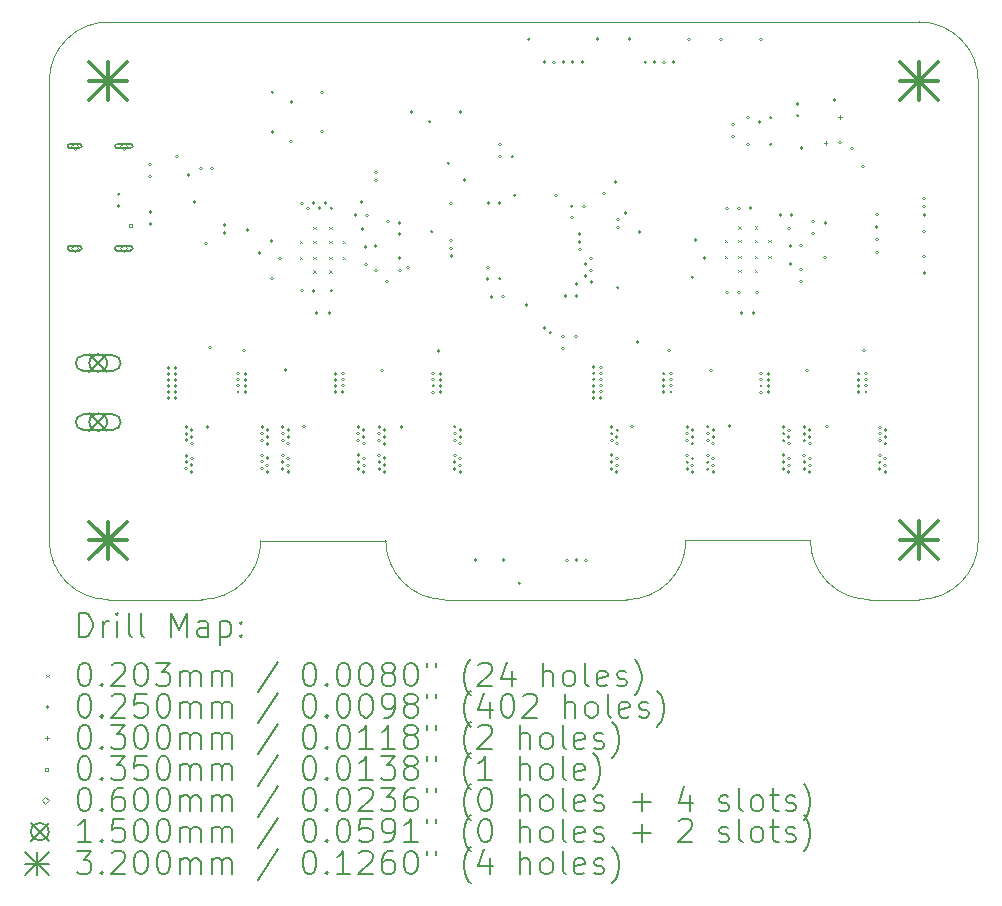
<source format=gbr>
%FSLAX45Y45*%
G04 Gerber Fmt 4.5, Leading zero omitted, Abs format (unit mm)*
G04 Created by KiCad (PCBNEW (6.0.4)) date 2023-01-05 12:05:05*
%MOMM*%
%LPD*%
G01*
G04 APERTURE LIST*
%TA.AperFunction,Profile*%
%ADD10C,0.100000*%
%TD*%
%ADD11C,0.200000*%
%ADD12C,0.020320*%
%ADD13C,0.025000*%
%ADD14C,0.030000*%
%ADD15C,0.035000*%
%ADD16C,0.060000*%
%ADD17C,0.150000*%
%ADD18C,0.320000*%
G04 APERTURE END LIST*
D10*
X8241500Y-6812500D02*
X9296070Y-6812500D01*
X10217500Y-2422500D02*
X3351500Y-2422500D01*
X2851500Y-6812500D02*
G75*
G03*
X3351500Y-7312500I500000J0D01*
G01*
X10716500Y-6812491D02*
X10716500Y-2924500D01*
X4142929Y-7312500D02*
G75*
G03*
X4642929Y-6812929I488J499512D01*
G01*
X3351500Y-2422500D02*
G75*
G03*
X2851499Y-2923500I0J-500002D01*
G01*
X4642929Y-6812929D02*
X5700500Y-6812929D01*
X2851499Y-2923500D02*
X2851499Y-6812500D01*
X9296070Y-6812500D02*
G75*
G03*
X9796071Y-7312500I499940J-60D01*
G01*
X10218500Y-7312493D02*
G75*
G03*
X10716500Y-6812491I-130J498134D01*
G01*
X7741500Y-7312930D02*
G75*
G03*
X8241500Y-6812928I60J499940D01*
G01*
X10716501Y-2924500D02*
G75*
G03*
X10217500Y-2422500I-499001J2990D01*
G01*
X4142929Y-7312500D02*
X3351500Y-7312500D01*
X5700501Y-6812929D02*
G75*
G03*
X6200501Y-7312929I499939J-61D01*
G01*
X10218500Y-7312500D02*
X9796071Y-7312500D01*
X6200501Y-7312929D02*
X7741500Y-7312929D01*
D11*
D12*
X4971840Y-4272840D02*
X4992160Y-4293160D01*
X4992160Y-4272840D02*
X4971840Y-4293160D01*
X4971840Y-4409840D02*
X4992160Y-4430160D01*
X4992160Y-4409840D02*
X4971840Y-4430160D01*
X5085840Y-4158840D02*
X5106160Y-4179160D01*
X5106160Y-4158840D02*
X5085840Y-4179160D01*
X5085840Y-4272840D02*
X5106160Y-4293160D01*
X5106160Y-4272840D02*
X5085840Y-4293160D01*
X5085840Y-4409840D02*
X5106160Y-4430160D01*
X5106160Y-4409840D02*
X5085840Y-4430160D01*
X5085840Y-4523840D02*
X5106160Y-4544160D01*
X5106160Y-4523840D02*
X5085840Y-4544160D01*
X5222840Y-4158840D02*
X5243160Y-4179160D01*
X5243160Y-4158840D02*
X5222840Y-4179160D01*
X5222840Y-4272840D02*
X5243160Y-4293160D01*
X5243160Y-4272840D02*
X5222840Y-4293160D01*
X5222840Y-4409840D02*
X5243160Y-4430160D01*
X5243160Y-4409840D02*
X5222840Y-4430160D01*
X5222840Y-4523840D02*
X5243160Y-4544160D01*
X5243160Y-4523840D02*
X5222840Y-4544160D01*
X5336840Y-4272840D02*
X5357160Y-4293160D01*
X5357160Y-4272840D02*
X5336840Y-4293160D01*
X5336840Y-4409840D02*
X5357160Y-4430160D01*
X5357160Y-4409840D02*
X5336840Y-4430160D01*
X8572840Y-4267840D02*
X8593160Y-4288160D01*
X8593160Y-4267840D02*
X8572840Y-4288160D01*
X8572840Y-4404840D02*
X8593160Y-4425160D01*
X8593160Y-4404840D02*
X8572840Y-4425160D01*
X8686840Y-4153840D02*
X8707160Y-4174160D01*
X8707160Y-4153840D02*
X8686840Y-4174160D01*
X8686840Y-4267840D02*
X8707160Y-4288160D01*
X8707160Y-4267840D02*
X8686840Y-4288160D01*
X8686840Y-4404840D02*
X8707160Y-4425160D01*
X8707160Y-4404840D02*
X8686840Y-4425160D01*
X8686840Y-4518840D02*
X8707160Y-4539160D01*
X8707160Y-4518840D02*
X8686840Y-4539160D01*
X8823840Y-4153840D02*
X8844160Y-4174160D01*
X8844160Y-4153840D02*
X8823840Y-4174160D01*
X8823840Y-4267840D02*
X8844160Y-4288160D01*
X8844160Y-4267840D02*
X8823840Y-4288160D01*
X8823840Y-4404840D02*
X8844160Y-4425160D01*
X8844160Y-4404840D02*
X8823840Y-4425160D01*
X8823840Y-4518840D02*
X8844160Y-4539160D01*
X8844160Y-4518840D02*
X8823840Y-4539160D01*
X8937840Y-4267840D02*
X8958160Y-4288160D01*
X8958160Y-4267840D02*
X8937840Y-4288160D01*
X8937840Y-4404840D02*
X8958160Y-4425160D01*
X8958160Y-4404840D02*
X8937840Y-4425160D01*
D13*
X3453000Y-3880550D02*
G75*
G03*
X3453000Y-3880550I-12500J0D01*
G01*
X3453000Y-3980450D02*
G75*
G03*
X3453000Y-3980450I-12500J0D01*
G01*
X3720000Y-3628500D02*
G75*
G03*
X3720000Y-3628500I-12500J0D01*
G01*
X3720000Y-3730500D02*
G75*
G03*
X3720000Y-3730500I-12500J0D01*
G01*
X3720000Y-4031500D02*
G75*
G03*
X3720000Y-4031500I-12500J0D01*
G01*
X3721000Y-4133500D02*
G75*
G03*
X3721000Y-4133500I-12500J0D01*
G01*
X3872000Y-5350500D02*
G75*
G03*
X3872000Y-5350500I-12500J0D01*
G01*
X3872000Y-5401500D02*
G75*
G03*
X3872000Y-5401500I-12500J0D01*
G01*
X3872000Y-5452500D02*
G75*
G03*
X3872000Y-5452500I-12500J0D01*
G01*
X3872000Y-5504500D02*
G75*
G03*
X3872000Y-5504500I-12500J0D01*
G01*
X3872000Y-5556500D02*
G75*
G03*
X3872000Y-5556500I-12500J0D01*
G01*
X3872000Y-5608500D02*
G75*
G03*
X3872000Y-5608500I-12500J0D01*
G01*
X3934000Y-5350500D02*
G75*
G03*
X3934000Y-5350500I-12500J0D01*
G01*
X3934000Y-5401500D02*
G75*
G03*
X3934000Y-5401500I-12500J0D01*
G01*
X3934000Y-5452500D02*
G75*
G03*
X3934000Y-5452500I-12500J0D01*
G01*
X3934000Y-5504500D02*
G75*
G03*
X3934000Y-5504500I-12500J0D01*
G01*
X3934000Y-5556500D02*
G75*
G03*
X3934000Y-5556500I-12500J0D01*
G01*
X3934000Y-5608500D02*
G75*
G03*
X3934000Y-5608500I-12500J0D01*
G01*
X3945000Y-3561500D02*
G75*
G03*
X3945000Y-3561500I-12500J0D01*
G01*
X4025000Y-6145500D02*
G75*
G03*
X4025000Y-6145500I-12500J0D01*
G01*
X4025000Y-6202500D02*
G75*
G03*
X4025000Y-6202500I-12500J0D01*
G01*
X4026000Y-5852500D02*
G75*
G03*
X4026000Y-5852500I-12500J0D01*
G01*
X4026000Y-5907500D02*
G75*
G03*
X4026000Y-5907500I-12500J0D01*
G01*
X4026000Y-5965500D02*
G75*
G03*
X4026000Y-5965500I-12500J0D01*
G01*
X4026000Y-6093500D02*
G75*
G03*
X4026000Y-6093500I-12500J0D01*
G01*
X4042000Y-3714950D02*
G75*
G03*
X4042000Y-3714950I-12500J0D01*
G01*
X4070000Y-5878500D02*
G75*
G03*
X4070000Y-5878500I-12500J0D01*
G01*
X4070000Y-5935500D02*
G75*
G03*
X4070000Y-5935500I-12500J0D01*
G01*
X4070000Y-5991500D02*
G75*
G03*
X4070000Y-5991500I-12500J0D01*
G01*
X4070000Y-6175500D02*
G75*
G03*
X4070000Y-6175500I-12500J0D01*
G01*
X4070000Y-6231500D02*
G75*
G03*
X4070000Y-6231500I-12500J0D01*
G01*
X4071000Y-6117500D02*
G75*
G03*
X4071000Y-6117500I-12500J0D01*
G01*
X4094450Y-3946500D02*
G75*
G03*
X4094450Y-3946500I-12500J0D01*
G01*
X4148000Y-3662500D02*
G75*
G03*
X4148000Y-3662500I-12500J0D01*
G01*
X4191060Y-4299500D02*
G75*
G03*
X4191060Y-4299500I-12500J0D01*
G01*
X4200000Y-5851500D02*
G75*
G03*
X4200000Y-5851500I-12500J0D01*
G01*
X4227000Y-5178500D02*
G75*
G03*
X4227000Y-5178500I-12500J0D01*
G01*
X4244000Y-3662500D02*
G75*
G03*
X4244000Y-3662500I-12500J0D01*
G01*
X4346737Y-4206403D02*
G75*
G03*
X4346737Y-4206403I-12500J0D01*
G01*
X4348200Y-4141469D02*
G75*
G03*
X4348200Y-4141469I-12500J0D01*
G01*
X4462000Y-5400500D02*
G75*
G03*
X4462000Y-5400500I-12500J0D01*
G01*
X4462000Y-5451500D02*
G75*
G03*
X4462000Y-5451500I-12500J0D01*
G01*
X4462000Y-5503500D02*
G75*
G03*
X4462000Y-5503500I-12500J0D01*
G01*
X4462000Y-5555500D02*
G75*
G03*
X4462000Y-5555500I-12500J0D01*
G01*
X4511500Y-5204500D02*
G75*
G03*
X4511500Y-5204500I-12500J0D01*
G01*
X4524000Y-5400500D02*
G75*
G03*
X4524000Y-5400500I-12500J0D01*
G01*
X4524000Y-5451500D02*
G75*
G03*
X4524000Y-5451500I-12500J0D01*
G01*
X4524000Y-5503500D02*
G75*
G03*
X4524000Y-5503500I-12500J0D01*
G01*
X4524000Y-5555500D02*
G75*
G03*
X4524000Y-5555500I-12500J0D01*
G01*
X4541000Y-4181500D02*
G75*
G03*
X4541000Y-4181500I-12500J0D01*
G01*
X4643000Y-4376500D02*
G75*
G03*
X4643000Y-4376500I-12500J0D01*
G01*
X4665000Y-6091500D02*
G75*
G03*
X4665000Y-6091500I-12500J0D01*
G01*
X4665000Y-6147500D02*
G75*
G03*
X4665000Y-6147500I-12500J0D01*
G01*
X4665000Y-6206500D02*
G75*
G03*
X4665000Y-6206500I-12500J0D01*
G01*
X4666000Y-5851500D02*
G75*
G03*
X4666000Y-5851500I-12500J0D01*
G01*
X4666000Y-5907500D02*
G75*
G03*
X4666000Y-5907500I-12500J0D01*
G01*
X4666000Y-5966500D02*
G75*
G03*
X4666000Y-5966500I-12500J0D01*
G01*
X4710000Y-6176500D02*
G75*
G03*
X4710000Y-6176500I-12500J0D01*
G01*
X4710000Y-6232500D02*
G75*
G03*
X4710000Y-6232500I-12500J0D01*
G01*
X4711000Y-5936500D02*
G75*
G03*
X4711000Y-5936500I-12500J0D01*
G01*
X4711000Y-5992500D02*
G75*
G03*
X4711000Y-5992500I-12500J0D01*
G01*
X4711000Y-6117500D02*
G75*
G03*
X4711000Y-6117500I-12500J0D01*
G01*
X4712000Y-5877500D02*
G75*
G03*
X4712000Y-5877500I-12500J0D01*
G01*
X4745000Y-4277500D02*
G75*
G03*
X4745000Y-4277500I-12500J0D01*
G01*
X4751834Y-4593736D02*
G75*
G03*
X4751834Y-4593736I-12500J0D01*
G01*
X4753000Y-3018500D02*
G75*
G03*
X4753000Y-3018500I-12500J0D01*
G01*
X4754000Y-3353500D02*
G75*
G03*
X4754000Y-3353500I-12500J0D01*
G01*
X4817000Y-4428500D02*
G75*
G03*
X4817000Y-4428500I-12500J0D01*
G01*
X4842000Y-5851500D02*
G75*
G03*
X4842000Y-5851500I-12500J0D01*
G01*
X4842000Y-5907500D02*
G75*
G03*
X4842000Y-5907500I-12500J0D01*
G01*
X4842000Y-5966500D02*
G75*
G03*
X4842000Y-5966500I-12500J0D01*
G01*
X4842000Y-6092500D02*
G75*
G03*
X4842000Y-6092500I-12500J0D01*
G01*
X4842000Y-6148500D02*
G75*
G03*
X4842000Y-6148500I-12500J0D01*
G01*
X4842000Y-6207500D02*
G75*
G03*
X4842000Y-6207500I-12500J0D01*
G01*
X4864250Y-5372500D02*
G75*
G03*
X4864250Y-5372500I-12500J0D01*
G01*
X4887000Y-5936500D02*
G75*
G03*
X4887000Y-5936500I-12500J0D01*
G01*
X4887000Y-5992500D02*
G75*
G03*
X4887000Y-5992500I-12500J0D01*
G01*
X4887000Y-6177500D02*
G75*
G03*
X4887000Y-6177500I-12500J0D01*
G01*
X4887000Y-6233500D02*
G75*
G03*
X4887000Y-6233500I-12500J0D01*
G01*
X4888000Y-5877500D02*
G75*
G03*
X4888000Y-5877500I-12500J0D01*
G01*
X4888000Y-6118500D02*
G75*
G03*
X4888000Y-6118500I-12500J0D01*
G01*
X4912000Y-3434500D02*
G75*
G03*
X4912000Y-3434500I-12500J0D01*
G01*
X4913566Y-3100500D02*
G75*
G03*
X4913566Y-3100500I-12500J0D01*
G01*
X5002050Y-3958404D02*
G75*
G03*
X5002050Y-3958404I-12500J0D01*
G01*
X5002050Y-4696500D02*
G75*
G03*
X5002050Y-4696500I-12500J0D01*
G01*
X5023000Y-5847500D02*
G75*
G03*
X5023000Y-5847500I-12500J0D01*
G01*
X5052000Y-4000500D02*
G75*
G03*
X5052000Y-4000500I-12500J0D01*
G01*
X5102050Y-3957804D02*
G75*
G03*
X5102050Y-3957804I-12500J0D01*
G01*
X5102050Y-4697500D02*
G75*
G03*
X5102050Y-4697500I-12500J0D01*
G01*
X5129000Y-4885500D02*
G75*
G03*
X5129000Y-4885500I-12500J0D01*
G01*
X5152000Y-4000500D02*
G75*
G03*
X5152000Y-4000500I-12500J0D01*
G01*
X5173566Y-3351500D02*
G75*
G03*
X5173566Y-3351500I-12500J0D01*
G01*
X5174132Y-3018500D02*
G75*
G03*
X5174132Y-3018500I-12500J0D01*
G01*
X5202040Y-3958303D02*
G75*
G03*
X5202040Y-3958303I-12500J0D01*
G01*
X5233000Y-4886500D02*
G75*
G03*
X5233000Y-4886500I-12500J0D01*
G01*
X5251990Y-4000430D02*
G75*
G03*
X5251990Y-4000430I-12500J0D01*
G01*
X5252050Y-4697500D02*
G75*
G03*
X5252050Y-4697500I-12500J0D01*
G01*
X5288000Y-5400500D02*
G75*
G03*
X5288000Y-5400500I-12500J0D01*
G01*
X5288000Y-5451500D02*
G75*
G03*
X5288000Y-5451500I-12500J0D01*
G01*
X5288000Y-5503500D02*
G75*
G03*
X5288000Y-5503500I-12500J0D01*
G01*
X5288000Y-5555500D02*
G75*
G03*
X5288000Y-5555500I-12500J0D01*
G01*
X5350000Y-5400500D02*
G75*
G03*
X5350000Y-5400500I-12500J0D01*
G01*
X5350000Y-5451500D02*
G75*
G03*
X5350000Y-5451500I-12500J0D01*
G01*
X5350000Y-5503500D02*
G75*
G03*
X5350000Y-5503500I-12500J0D01*
G01*
X5350000Y-5555500D02*
G75*
G03*
X5350000Y-5555500I-12500J0D01*
G01*
X5457000Y-4060500D02*
G75*
G03*
X5457000Y-4060500I-12500J0D01*
G01*
X5481000Y-5851500D02*
G75*
G03*
X5481000Y-5851500I-12500J0D01*
G01*
X5481000Y-5907500D02*
G75*
G03*
X5481000Y-5907500I-12500J0D01*
G01*
X5481000Y-5966500D02*
G75*
G03*
X5481000Y-5966500I-12500J0D01*
G01*
X5482000Y-6091500D02*
G75*
G03*
X5482000Y-6091500I-12500J0D01*
G01*
X5482000Y-6147500D02*
G75*
G03*
X5482000Y-6147500I-12500J0D01*
G01*
X5482000Y-6206500D02*
G75*
G03*
X5482000Y-6206500I-12500J0D01*
G01*
X5508657Y-3947353D02*
G75*
G03*
X5508657Y-3947353I-12500J0D01*
G01*
X5515000Y-4175500D02*
G75*
G03*
X5515000Y-4175500I-12500J0D01*
G01*
X5526000Y-5936500D02*
G75*
G03*
X5526000Y-5936500I-12500J0D01*
G01*
X5526000Y-5992500D02*
G75*
G03*
X5526000Y-5992500I-12500J0D01*
G01*
X5527000Y-5877500D02*
G75*
G03*
X5527000Y-5877500I-12500J0D01*
G01*
X5527000Y-6176500D02*
G75*
G03*
X5527000Y-6176500I-12500J0D01*
G01*
X5527000Y-6232500D02*
G75*
G03*
X5527000Y-6232500I-12500J0D01*
G01*
X5528000Y-6117500D02*
G75*
G03*
X5528000Y-6117500I-12500J0D01*
G01*
X5540180Y-4328501D02*
G75*
G03*
X5540180Y-4328501I-12500J0D01*
G01*
X5547000Y-4476550D02*
G75*
G03*
X5547000Y-4476550I-12500J0D01*
G01*
X5552000Y-4061500D02*
G75*
G03*
X5552000Y-4061500I-12500J0D01*
G01*
X5628000Y-4317500D02*
G75*
G03*
X5628000Y-4317500I-12500J0D01*
G01*
X5629000Y-3762598D02*
G75*
G03*
X5629000Y-3762598I-12500J0D01*
G01*
X5629000Y-4526499D02*
G75*
G03*
X5629000Y-4526499I-12500J0D01*
G01*
X5631400Y-3697692D02*
G75*
G03*
X5631400Y-3697692I-12500J0D01*
G01*
X5657000Y-6091500D02*
G75*
G03*
X5657000Y-6091500I-12500J0D01*
G01*
X5657000Y-6147500D02*
G75*
G03*
X5657000Y-6147500I-12500J0D01*
G01*
X5657000Y-6206500D02*
G75*
G03*
X5657000Y-6206500I-12500J0D01*
G01*
X5658000Y-5852500D02*
G75*
G03*
X5658000Y-5852500I-12500J0D01*
G01*
X5658000Y-5908500D02*
G75*
G03*
X5658000Y-5908500I-12500J0D01*
G01*
X5658000Y-5967500D02*
G75*
G03*
X5658000Y-5967500I-12500J0D01*
G01*
X5680500Y-5372500D02*
G75*
G03*
X5680500Y-5372500I-12500J0D01*
G01*
X5702000Y-6176500D02*
G75*
G03*
X5702000Y-6176500I-12500J0D01*
G01*
X5702000Y-6232500D02*
G75*
G03*
X5702000Y-6232500I-12500J0D01*
G01*
X5703000Y-5937500D02*
G75*
G03*
X5703000Y-5937500I-12500J0D01*
G01*
X5703000Y-5993500D02*
G75*
G03*
X5703000Y-5993500I-12500J0D01*
G01*
X5703000Y-6117500D02*
G75*
G03*
X5703000Y-6117500I-12500J0D01*
G01*
X5704000Y-5878500D02*
G75*
G03*
X5704000Y-5878500I-12500J0D01*
G01*
X5724000Y-4620500D02*
G75*
G03*
X5724000Y-4620500I-12500J0D01*
G01*
X5730000Y-4113500D02*
G75*
G03*
X5730000Y-4113500I-12500J0D01*
G01*
X5829000Y-4220500D02*
G75*
G03*
X5829000Y-4220500I-12500J0D01*
G01*
X5830000Y-4125250D02*
G75*
G03*
X5830000Y-4125250I-12500J0D01*
G01*
X5830000Y-4419500D02*
G75*
G03*
X5830000Y-4419500I-12500J0D01*
G01*
X5830850Y-4526499D02*
G75*
G03*
X5830850Y-4526499I-12500J0D01*
G01*
X5845000Y-5852500D02*
G75*
G03*
X5845000Y-5852500I-12500J0D01*
G01*
X5902753Y-4501254D02*
G75*
G03*
X5902753Y-4501254I-12500J0D01*
G01*
X5927566Y-3185500D02*
G75*
G03*
X5927566Y-3185500I-12500J0D01*
G01*
X6086566Y-3268500D02*
G75*
G03*
X6086566Y-3268500I-12500J0D01*
G01*
X6101000Y-4197500D02*
G75*
G03*
X6101000Y-4197500I-12500J0D01*
G01*
X6113000Y-5401500D02*
G75*
G03*
X6113000Y-5401500I-12500J0D01*
G01*
X6113000Y-5452500D02*
G75*
G03*
X6113000Y-5452500I-12500J0D01*
G01*
X6113000Y-5504500D02*
G75*
G03*
X6113000Y-5504500I-12500J0D01*
G01*
X6113000Y-5556500D02*
G75*
G03*
X6113000Y-5556500I-12500J0D01*
G01*
X6158500Y-5205500D02*
G75*
G03*
X6158500Y-5205500I-12500J0D01*
G01*
X6175000Y-5401500D02*
G75*
G03*
X6175000Y-5401500I-12500J0D01*
G01*
X6175000Y-5452500D02*
G75*
G03*
X6175000Y-5452500I-12500J0D01*
G01*
X6175000Y-5504500D02*
G75*
G03*
X6175000Y-5504500I-12500J0D01*
G01*
X6175000Y-5556500D02*
G75*
G03*
X6175000Y-5556500I-12500J0D01*
G01*
X6243000Y-3619500D02*
G75*
G03*
X6243000Y-3619500I-12500J0D01*
G01*
X6265535Y-3958965D02*
G75*
G03*
X6265535Y-3958965I-12500J0D01*
G01*
X6267000Y-4274450D02*
G75*
G03*
X6267000Y-4274450I-12500J0D01*
G01*
X6267000Y-4339400D02*
G75*
G03*
X6267000Y-4339400I-12500J0D01*
G01*
X6267000Y-4404351D02*
G75*
G03*
X6267000Y-4404351I-12500J0D01*
G01*
X6298000Y-5850500D02*
G75*
G03*
X6298000Y-5850500I-12500J0D01*
G01*
X6298000Y-5906500D02*
G75*
G03*
X6298000Y-5906500I-12500J0D01*
G01*
X6298000Y-5965500D02*
G75*
G03*
X6298000Y-5965500I-12500J0D01*
G01*
X6298000Y-6091500D02*
G75*
G03*
X6298000Y-6091500I-12500J0D01*
G01*
X6298000Y-6147500D02*
G75*
G03*
X6298000Y-6147500I-12500J0D01*
G01*
X6298000Y-6206500D02*
G75*
G03*
X6298000Y-6206500I-12500J0D01*
G01*
X6343000Y-5935500D02*
G75*
G03*
X6343000Y-5935500I-12500J0D01*
G01*
X6343000Y-5991500D02*
G75*
G03*
X6343000Y-5991500I-12500J0D01*
G01*
X6343000Y-6176500D02*
G75*
G03*
X6343000Y-6176500I-12500J0D01*
G01*
X6343000Y-6232500D02*
G75*
G03*
X6343000Y-6232500I-12500J0D01*
G01*
X6344000Y-5876500D02*
G75*
G03*
X6344000Y-5876500I-12500J0D01*
G01*
X6344000Y-6117500D02*
G75*
G03*
X6344000Y-6117500I-12500J0D01*
G01*
X6347566Y-3185500D02*
G75*
G03*
X6347566Y-3185500I-12500J0D01*
G01*
X6379000Y-3762598D02*
G75*
G03*
X6379000Y-3762598I-12500J0D01*
G01*
X6472000Y-6979500D02*
G75*
G03*
X6472000Y-6979500I-12500J0D01*
G01*
X6577000Y-4501500D02*
G75*
G03*
X6577000Y-4501500I-12500J0D01*
G01*
X6577000Y-4597500D02*
G75*
G03*
X6577000Y-4597500I-12500J0D01*
G01*
X6582000Y-3954500D02*
G75*
G03*
X6582000Y-3954500I-12500J0D01*
G01*
X6608000Y-4747500D02*
G75*
G03*
X6608000Y-4747500I-12500J0D01*
G01*
X6678000Y-3953500D02*
G75*
G03*
X6678000Y-3953500I-12500J0D01*
G01*
X6679000Y-4597500D02*
G75*
G03*
X6679000Y-4597500I-12500J0D01*
G01*
X6680000Y-3461500D02*
G75*
G03*
X6680000Y-3461500I-12500J0D01*
G01*
X6680000Y-3563500D02*
G75*
G03*
X6680000Y-3563500I-12500J0D01*
G01*
X6704000Y-4747500D02*
G75*
G03*
X6704000Y-4747500I-12500J0D01*
G01*
X6712000Y-6979500D02*
G75*
G03*
X6712000Y-6979500I-12500J0D01*
G01*
X6784000Y-3563500D02*
G75*
G03*
X6784000Y-3563500I-12500J0D01*
G01*
X6804856Y-3889644D02*
G75*
G03*
X6804856Y-3889644I-12500J0D01*
G01*
X6842000Y-7173500D02*
G75*
G03*
X6842000Y-7173500I-12500J0D01*
G01*
X6905000Y-4820756D02*
G75*
G03*
X6905000Y-4820756I-12500J0D01*
G01*
X6924000Y-2568500D02*
G75*
G03*
X6924000Y-2568500I-12500J0D01*
G01*
X7055000Y-5013244D02*
G75*
G03*
X7055000Y-5013244I-12500J0D01*
G01*
X7056000Y-2763072D02*
G75*
G03*
X7056000Y-2763072I-12500J0D01*
G01*
X7105920Y-5053563D02*
G75*
G03*
X7105920Y-5053563I-12500J0D01*
G01*
X7136000Y-2763072D02*
G75*
G03*
X7136000Y-2763072I-12500J0D01*
G01*
X7154000Y-3891500D02*
G75*
G03*
X7154000Y-3891500I-12500J0D01*
G01*
X7216000Y-2763072D02*
G75*
G03*
X7216000Y-2763072I-12500J0D01*
G01*
X7216500Y-5085000D02*
G75*
G03*
X7216500Y-5085000I-12500J0D01*
G01*
X7217000Y-5187500D02*
G75*
G03*
X7217000Y-5187500I-12500J0D01*
G01*
X7233000Y-4744500D02*
G75*
G03*
X7233000Y-4744500I-12500J0D01*
G01*
X7248000Y-6979500D02*
G75*
G03*
X7248000Y-6979500I-12500J0D01*
G01*
X7289000Y-3981500D02*
G75*
G03*
X7289000Y-3981500I-12500J0D01*
G01*
X7289000Y-4077500D02*
G75*
G03*
X7289000Y-4077500I-12500J0D01*
G01*
X7296000Y-2763072D02*
G75*
G03*
X7296000Y-2763072I-12500J0D01*
G01*
X7324000Y-5085500D02*
G75*
G03*
X7324000Y-5085500I-12500J0D01*
G01*
X7328000Y-6979500D02*
G75*
G03*
X7328000Y-6979500I-12500J0D01*
G01*
X7329000Y-4744500D02*
G75*
G03*
X7329000Y-4744500I-12500J0D01*
G01*
X7330000Y-4641500D02*
G75*
G03*
X7330000Y-4641500I-12500J0D01*
G01*
X7354000Y-4218540D02*
G75*
G03*
X7354000Y-4218540I-12500J0D01*
G01*
X7354000Y-4283452D02*
G75*
G03*
X7354000Y-4283452I-12500J0D01*
G01*
X7354000Y-4348402D02*
G75*
G03*
X7354000Y-4348402I-12500J0D01*
G01*
X7377000Y-2763500D02*
G75*
G03*
X7377000Y-2763500I-12500J0D01*
G01*
X7391000Y-3981500D02*
G75*
G03*
X7391000Y-3981500I-12500J0D01*
G01*
X7405163Y-4474450D02*
G75*
G03*
X7405163Y-4474450I-12500J0D01*
G01*
X7406000Y-4574450D02*
G75*
G03*
X7406000Y-4574450I-12500J0D01*
G01*
X7408000Y-6979500D02*
G75*
G03*
X7408000Y-6979500I-12500J0D01*
G01*
X7451256Y-4424500D02*
G75*
G03*
X7451256Y-4424500I-12500J0D01*
G01*
X7451256Y-4524500D02*
G75*
G03*
X7451256Y-4524500I-12500J0D01*
G01*
X7451256Y-4624500D02*
G75*
G03*
X7451256Y-4624500I-12500J0D01*
G01*
X7472000Y-5347500D02*
G75*
G03*
X7472000Y-5347500I-12500J0D01*
G01*
X7472000Y-5398500D02*
G75*
G03*
X7472000Y-5398500I-12500J0D01*
G01*
X7472000Y-5449500D02*
G75*
G03*
X7472000Y-5449500I-12500J0D01*
G01*
X7472000Y-5501500D02*
G75*
G03*
X7472000Y-5501500I-12500J0D01*
G01*
X7472000Y-5553500D02*
G75*
G03*
X7472000Y-5553500I-12500J0D01*
G01*
X7472000Y-5605500D02*
G75*
G03*
X7472000Y-5605500I-12500J0D01*
G01*
X7504000Y-2567500D02*
G75*
G03*
X7504000Y-2567500I-12500J0D01*
G01*
X7534000Y-5347500D02*
G75*
G03*
X7534000Y-5347500I-12500J0D01*
G01*
X7534000Y-5398500D02*
G75*
G03*
X7534000Y-5398500I-12500J0D01*
G01*
X7534000Y-5449500D02*
G75*
G03*
X7534000Y-5449500I-12500J0D01*
G01*
X7534000Y-5501500D02*
G75*
G03*
X7534000Y-5501500I-12500J0D01*
G01*
X7534000Y-5553500D02*
G75*
G03*
X7534000Y-5553500I-12500J0D01*
G01*
X7534000Y-5605500D02*
G75*
G03*
X7534000Y-5605500I-12500J0D01*
G01*
X7561000Y-3878500D02*
G75*
G03*
X7561000Y-3878500I-12500J0D01*
G01*
X7624000Y-6092500D02*
G75*
G03*
X7624000Y-6092500I-12500J0D01*
G01*
X7624000Y-6148500D02*
G75*
G03*
X7624000Y-6148500I-12500J0D01*
G01*
X7624000Y-6207500D02*
G75*
G03*
X7624000Y-6207500I-12500J0D01*
G01*
X7625000Y-5851500D02*
G75*
G03*
X7625000Y-5851500I-12500J0D01*
G01*
X7625000Y-5907500D02*
G75*
G03*
X7625000Y-5907500I-12500J0D01*
G01*
X7625000Y-5966500D02*
G75*
G03*
X7625000Y-5966500I-12500J0D01*
G01*
X7660000Y-3778500D02*
G75*
G03*
X7660000Y-3778500I-12500J0D01*
G01*
X7669000Y-6177500D02*
G75*
G03*
X7669000Y-6177500I-12500J0D01*
G01*
X7669000Y-6233500D02*
G75*
G03*
X7669000Y-6233500I-12500J0D01*
G01*
X7670000Y-5936500D02*
G75*
G03*
X7670000Y-5936500I-12500J0D01*
G01*
X7670000Y-5992500D02*
G75*
G03*
X7670000Y-5992500I-12500J0D01*
G01*
X7670000Y-6118500D02*
G75*
G03*
X7670000Y-6118500I-12500J0D01*
G01*
X7671000Y-5877500D02*
G75*
G03*
X7671000Y-5877500I-12500J0D01*
G01*
X7678779Y-4161988D02*
G75*
G03*
X7678779Y-4161988I-12500J0D01*
G01*
X7678820Y-4091320D02*
G75*
G03*
X7678820Y-4091320I-12500J0D01*
G01*
X7679000Y-4674500D02*
G75*
G03*
X7679000Y-4674500I-12500J0D01*
G01*
X7743750Y-4041370D02*
G75*
G03*
X7743750Y-4041370I-12500J0D01*
G01*
X7777000Y-2568500D02*
G75*
G03*
X7777000Y-2568500I-12500J0D01*
G01*
X7800000Y-5846500D02*
G75*
G03*
X7800000Y-5846500I-12500J0D01*
G01*
X7845000Y-5131500D02*
G75*
G03*
X7845000Y-5131500I-12500J0D01*
G01*
X7861146Y-4198550D02*
G75*
G03*
X7861146Y-4198550I-12500J0D01*
G01*
X7909500Y-2763072D02*
G75*
G03*
X7909500Y-2763072I-12500J0D01*
G01*
X7989500Y-2763072D02*
G75*
G03*
X7989500Y-2763072I-12500J0D01*
G01*
X8066000Y-5400500D02*
G75*
G03*
X8066000Y-5400500I-12500J0D01*
G01*
X8066000Y-5451500D02*
G75*
G03*
X8066000Y-5451500I-12500J0D01*
G01*
X8066000Y-5503500D02*
G75*
G03*
X8066000Y-5503500I-12500J0D01*
G01*
X8066000Y-5555500D02*
G75*
G03*
X8066000Y-5555500I-12500J0D01*
G01*
X8069500Y-2763072D02*
G75*
G03*
X8069500Y-2763072I-12500J0D01*
G01*
X8110000Y-5201500D02*
G75*
G03*
X8110000Y-5201500I-12500J0D01*
G01*
X8128000Y-5400500D02*
G75*
G03*
X8128000Y-5400500I-12500J0D01*
G01*
X8128000Y-5451500D02*
G75*
G03*
X8128000Y-5451500I-12500J0D01*
G01*
X8128000Y-5503500D02*
G75*
G03*
X8128000Y-5503500I-12500J0D01*
G01*
X8128000Y-5555500D02*
G75*
G03*
X8128000Y-5555500I-12500J0D01*
G01*
X8150000Y-2762500D02*
G75*
G03*
X8150000Y-2762500I-12500J0D01*
G01*
X8264000Y-5851500D02*
G75*
G03*
X8264000Y-5851500I-12500J0D01*
G01*
X8264000Y-5907500D02*
G75*
G03*
X8264000Y-5907500I-12500J0D01*
G01*
X8264000Y-5966500D02*
G75*
G03*
X8264000Y-5966500I-12500J0D01*
G01*
X8264000Y-6092500D02*
G75*
G03*
X8264000Y-6092500I-12500J0D01*
G01*
X8264000Y-6148500D02*
G75*
G03*
X8264000Y-6148500I-12500J0D01*
G01*
X8264000Y-6207500D02*
G75*
G03*
X8264000Y-6207500I-12500J0D01*
G01*
X8281000Y-2568500D02*
G75*
G03*
X8281000Y-2568500I-12500J0D01*
G01*
X8309000Y-4584902D02*
G75*
G03*
X8309000Y-4584902I-12500J0D01*
G01*
X8309000Y-5936500D02*
G75*
G03*
X8309000Y-5936500I-12500J0D01*
G01*
X8309000Y-5992500D02*
G75*
G03*
X8309000Y-5992500I-12500J0D01*
G01*
X8309000Y-6177500D02*
G75*
G03*
X8309000Y-6177500I-12500J0D01*
G01*
X8309000Y-6233500D02*
G75*
G03*
X8309000Y-6233500I-12500J0D01*
G01*
X8310000Y-5877500D02*
G75*
G03*
X8310000Y-5877500I-12500J0D01*
G01*
X8310000Y-6118500D02*
G75*
G03*
X8310000Y-6118500I-12500J0D01*
G01*
X8336000Y-4271500D02*
G75*
G03*
X8336000Y-4271500I-12500J0D01*
G01*
X8415000Y-4421500D02*
G75*
G03*
X8415000Y-4421500I-12500J0D01*
G01*
X8441000Y-5851500D02*
G75*
G03*
X8441000Y-5851500I-12500J0D01*
G01*
X8441000Y-5907500D02*
G75*
G03*
X8441000Y-5907500I-12500J0D01*
G01*
X8441000Y-5966500D02*
G75*
G03*
X8441000Y-5966500I-12500J0D01*
G01*
X8441000Y-6092500D02*
G75*
G03*
X8441000Y-6092500I-12500J0D01*
G01*
X8441000Y-6148500D02*
G75*
G03*
X8441000Y-6148500I-12500J0D01*
G01*
X8441000Y-6207500D02*
G75*
G03*
X8441000Y-6207500I-12500J0D01*
G01*
X8463750Y-5372500D02*
G75*
G03*
X8463750Y-5372500I-12500J0D01*
G01*
X8486000Y-5936500D02*
G75*
G03*
X8486000Y-5936500I-12500J0D01*
G01*
X8486000Y-5992500D02*
G75*
G03*
X8486000Y-5992500I-12500J0D01*
G01*
X8486000Y-6177500D02*
G75*
G03*
X8486000Y-6177500I-12500J0D01*
G01*
X8486000Y-6233500D02*
G75*
G03*
X8486000Y-6233500I-12500J0D01*
G01*
X8487000Y-5877500D02*
G75*
G03*
X8487000Y-5877500I-12500J0D01*
G01*
X8487000Y-6118500D02*
G75*
G03*
X8487000Y-6118500I-12500J0D01*
G01*
X8551000Y-2568500D02*
G75*
G03*
X8551000Y-2568500I-12500J0D01*
G01*
X8600946Y-4714053D02*
G75*
G03*
X8600946Y-4714053I-12500J0D01*
G01*
X8603000Y-3999500D02*
G75*
G03*
X8603000Y-3999500I-12500J0D01*
G01*
X8623000Y-5846500D02*
G75*
G03*
X8623000Y-5846500I-12500J0D01*
G01*
X8652000Y-3293500D02*
G75*
G03*
X8652000Y-3293500I-12500J0D01*
G01*
X8652000Y-3389500D02*
G75*
G03*
X8652000Y-3389500I-12500J0D01*
G01*
X8702950Y-4000152D02*
G75*
G03*
X8702950Y-4000152I-12500J0D01*
G01*
X8702950Y-4714108D02*
G75*
G03*
X8702950Y-4714108I-12500J0D01*
G01*
X8724000Y-4885500D02*
G75*
G03*
X8724000Y-4885500I-12500J0D01*
G01*
X8781000Y-3232000D02*
G75*
G03*
X8781000Y-3232000I-12500J0D01*
G01*
X8781000Y-3459500D02*
G75*
G03*
X8781000Y-3459500I-12500J0D01*
G01*
X8803000Y-3999500D02*
G75*
G03*
X8803000Y-3999500I-12500J0D01*
G01*
X8829000Y-4885500D02*
G75*
G03*
X8829000Y-4885500I-12500J0D01*
G01*
X8852950Y-4712500D02*
G75*
G03*
X8852950Y-4712500I-12500J0D01*
G01*
X8876000Y-3271500D02*
G75*
G03*
X8876000Y-3271500I-12500J0D01*
G01*
X8890000Y-2568500D02*
G75*
G03*
X8890000Y-2568500I-12500J0D01*
G01*
X8890000Y-5401500D02*
G75*
G03*
X8890000Y-5401500I-12500J0D01*
G01*
X8890000Y-5452500D02*
G75*
G03*
X8890000Y-5452500I-12500J0D01*
G01*
X8890000Y-5504500D02*
G75*
G03*
X8890000Y-5504500I-12500J0D01*
G01*
X8890000Y-5556500D02*
G75*
G03*
X8890000Y-5556500I-12500J0D01*
G01*
X8952000Y-5401500D02*
G75*
G03*
X8952000Y-5401500I-12500J0D01*
G01*
X8952000Y-5452500D02*
G75*
G03*
X8952000Y-5452500I-12500J0D01*
G01*
X8952000Y-5504500D02*
G75*
G03*
X8952000Y-5504500I-12500J0D01*
G01*
X8952000Y-5556500D02*
G75*
G03*
X8952000Y-5556500I-12500J0D01*
G01*
X8971000Y-3232000D02*
G75*
G03*
X8971000Y-3232000I-12500J0D01*
G01*
X8971000Y-3459500D02*
G75*
G03*
X8971000Y-3459500I-12500J0D01*
G01*
X9057000Y-4057500D02*
G75*
G03*
X9057000Y-4057500I-12500J0D01*
G01*
X9081000Y-5851500D02*
G75*
G03*
X9081000Y-5851500I-12500J0D01*
G01*
X9081000Y-5907500D02*
G75*
G03*
X9081000Y-5907500I-12500J0D01*
G01*
X9081000Y-5966500D02*
G75*
G03*
X9081000Y-5966500I-12500J0D01*
G01*
X9081000Y-6091500D02*
G75*
G03*
X9081000Y-6091500I-12500J0D01*
G01*
X9081000Y-6147500D02*
G75*
G03*
X9081000Y-6147500I-12500J0D01*
G01*
X9081000Y-6206500D02*
G75*
G03*
X9081000Y-6206500I-12500J0D01*
G01*
X9124598Y-4171550D02*
G75*
G03*
X9124598Y-4171550I-12500J0D01*
G01*
X9126000Y-5936500D02*
G75*
G03*
X9126000Y-5936500I-12500J0D01*
G01*
X9126000Y-5992500D02*
G75*
G03*
X9126000Y-5992500I-12500J0D01*
G01*
X9126000Y-6176500D02*
G75*
G03*
X9126000Y-6176500I-12500J0D01*
G01*
X9126000Y-6232500D02*
G75*
G03*
X9126000Y-6232500I-12500J0D01*
G01*
X9127000Y-5877500D02*
G75*
G03*
X9127000Y-5877500I-12500J0D01*
G01*
X9127000Y-6117500D02*
G75*
G03*
X9127000Y-6117500I-12500J0D01*
G01*
X9140450Y-4321450D02*
G75*
G03*
X9140450Y-4321450I-12500J0D01*
G01*
X9142000Y-4471550D02*
G75*
G03*
X9142000Y-4471550I-12500J0D01*
G01*
X9146000Y-4057500D02*
G75*
G03*
X9146000Y-4057500I-12500J0D01*
G01*
X9201000Y-3118500D02*
G75*
G03*
X9201000Y-3118500I-12500J0D01*
G01*
X9203000Y-3218500D02*
G75*
G03*
X9203000Y-3218500I-12500J0D01*
G01*
X9228000Y-4521500D02*
G75*
G03*
X9228000Y-4521500I-12500J0D01*
G01*
X9229000Y-3489500D02*
G75*
G03*
X9229000Y-3489500I-12500J0D01*
G01*
X9230000Y-4316500D02*
G75*
G03*
X9230000Y-4316500I-12500J0D01*
G01*
X9230000Y-4620500D02*
G75*
G03*
X9230000Y-4620500I-12500J0D01*
G01*
X9257000Y-6092500D02*
G75*
G03*
X9257000Y-6092500I-12500J0D01*
G01*
X9257000Y-6148500D02*
G75*
G03*
X9257000Y-6148500I-12500J0D01*
G01*
X9257000Y-6207500D02*
G75*
G03*
X9257000Y-6207500I-12500J0D01*
G01*
X9258000Y-5851500D02*
G75*
G03*
X9258000Y-5851500I-12500J0D01*
G01*
X9258000Y-5907500D02*
G75*
G03*
X9258000Y-5907500I-12500J0D01*
G01*
X9258000Y-5966500D02*
G75*
G03*
X9258000Y-5966500I-12500J0D01*
G01*
X9280000Y-5372500D02*
G75*
G03*
X9280000Y-5372500I-12500J0D01*
G01*
X9302000Y-6177500D02*
G75*
G03*
X9302000Y-6177500I-12500J0D01*
G01*
X9302000Y-6233500D02*
G75*
G03*
X9302000Y-6233500I-12500J0D01*
G01*
X9303000Y-5936500D02*
G75*
G03*
X9303000Y-5936500I-12500J0D01*
G01*
X9303000Y-5992500D02*
G75*
G03*
X9303000Y-5992500I-12500J0D01*
G01*
X9303000Y-6118500D02*
G75*
G03*
X9303000Y-6118500I-12500J0D01*
G01*
X9304000Y-5877500D02*
G75*
G03*
X9304000Y-5877500I-12500J0D01*
G01*
X9331000Y-4112500D02*
G75*
G03*
X9331000Y-4112500I-12500J0D01*
G01*
X9331000Y-4215500D02*
G75*
G03*
X9331000Y-4215500I-12500J0D01*
G01*
X9433000Y-4124750D02*
G75*
G03*
X9433000Y-4124750I-12500J0D01*
G01*
X9433000Y-4419500D02*
G75*
G03*
X9433000Y-4419500I-12500J0D01*
G01*
X9448000Y-5846500D02*
G75*
G03*
X9448000Y-5846500I-12500J0D01*
G01*
X9512000Y-3080500D02*
G75*
G03*
X9512000Y-3080500I-12500J0D01*
G01*
X9559000Y-3443500D02*
G75*
G03*
X9559000Y-3443500I-12500J0D01*
G01*
X9661000Y-3492500D02*
G75*
G03*
X9661000Y-3492500I-12500J0D01*
G01*
X9717000Y-5400500D02*
G75*
G03*
X9717000Y-5400500I-12500J0D01*
G01*
X9717000Y-5451500D02*
G75*
G03*
X9717000Y-5451500I-12500J0D01*
G01*
X9717000Y-5503500D02*
G75*
G03*
X9717000Y-5503500I-12500J0D01*
G01*
X9717000Y-5555500D02*
G75*
G03*
X9717000Y-5555500I-12500J0D01*
G01*
X9754000Y-3648750D02*
G75*
G03*
X9754000Y-3648750I-12500J0D01*
G01*
X9761500Y-5204500D02*
G75*
G03*
X9761500Y-5204500I-12500J0D01*
G01*
X9779000Y-5400500D02*
G75*
G03*
X9779000Y-5400500I-12500J0D01*
G01*
X9779000Y-5451500D02*
G75*
G03*
X9779000Y-5451500I-12500J0D01*
G01*
X9779000Y-5503500D02*
G75*
G03*
X9779000Y-5503500I-12500J0D01*
G01*
X9779000Y-5555500D02*
G75*
G03*
X9779000Y-5555500I-12500J0D01*
G01*
X9871000Y-4158500D02*
G75*
G03*
X9871000Y-4158500I-12500J0D01*
G01*
X9871000Y-4264500D02*
G75*
G03*
X9871000Y-4264500I-12500J0D01*
G01*
X9871000Y-4371500D02*
G75*
G03*
X9871000Y-4371500I-12500J0D01*
G01*
X9871500Y-4052000D02*
G75*
G03*
X9871500Y-4052000I-12500J0D01*
G01*
X9897000Y-5852500D02*
G75*
G03*
X9897000Y-5852500I-12500J0D01*
G01*
X9897000Y-5908500D02*
G75*
G03*
X9897000Y-5908500I-12500J0D01*
G01*
X9897000Y-5967500D02*
G75*
G03*
X9897000Y-5967500I-12500J0D01*
G01*
X9897000Y-6092500D02*
G75*
G03*
X9897000Y-6092500I-12500J0D01*
G01*
X9897000Y-6148500D02*
G75*
G03*
X9897000Y-6148500I-12500J0D01*
G01*
X9897000Y-6207500D02*
G75*
G03*
X9897000Y-6207500I-12500J0D01*
G01*
X9942000Y-5937500D02*
G75*
G03*
X9942000Y-5937500I-12500J0D01*
G01*
X9942000Y-5993500D02*
G75*
G03*
X9942000Y-5993500I-12500J0D01*
G01*
X9942000Y-6177500D02*
G75*
G03*
X9942000Y-6177500I-12500J0D01*
G01*
X9942000Y-6233500D02*
G75*
G03*
X9942000Y-6233500I-12500J0D01*
G01*
X9943000Y-5878500D02*
G75*
G03*
X9943000Y-5878500I-12500J0D01*
G01*
X9943000Y-6118500D02*
G75*
G03*
X9943000Y-6118500I-12500J0D01*
G01*
X10271000Y-3917500D02*
G75*
G03*
X10271000Y-3917500I-12500J0D01*
G01*
X10271000Y-3987500D02*
G75*
G03*
X10271000Y-3987500I-12500J0D01*
G01*
X10271000Y-4057500D02*
G75*
G03*
X10271000Y-4057500I-12500J0D01*
G01*
X10271000Y-4197500D02*
G75*
G03*
X10271000Y-4197500I-12500J0D01*
G01*
X10271000Y-4407500D02*
G75*
G03*
X10271000Y-4407500I-12500J0D01*
G01*
X10271000Y-4547500D02*
G75*
G03*
X10271000Y-4547500I-12500J0D01*
G01*
D14*
X9424500Y-3433000D02*
X9424500Y-3463000D01*
X9409500Y-3448000D02*
X9439500Y-3448000D01*
X9548500Y-3210000D02*
X9548500Y-3240000D01*
X9533500Y-3225000D02*
X9563500Y-3225000D01*
D15*
X3551874Y-4157874D02*
X3551874Y-4133125D01*
X3527125Y-4133125D01*
X3527125Y-4157874D01*
X3551874Y-4157874D01*
D16*
X3066000Y-3503500D02*
X3096000Y-3473500D01*
X3066000Y-3443500D01*
X3036000Y-3473500D01*
X3066000Y-3503500D01*
D11*
X3026000Y-3493500D02*
X3106000Y-3493500D01*
X3026000Y-3453500D02*
X3106000Y-3453500D01*
X3106000Y-3493500D02*
G75*
G03*
X3106000Y-3453500I0J20000D01*
G01*
X3026000Y-3453500D02*
G75*
G03*
X3026000Y-3493500I0J-20000D01*
G01*
D16*
X3066000Y-4367500D02*
X3096000Y-4337500D01*
X3066000Y-4307500D01*
X3036000Y-4337500D01*
X3066000Y-4367500D01*
D11*
X3026000Y-4357500D02*
X3106000Y-4357500D01*
X3026000Y-4317500D02*
X3106000Y-4317500D01*
X3106000Y-4357500D02*
G75*
G03*
X3106000Y-4317500I0J20000D01*
G01*
X3026000Y-4317500D02*
G75*
G03*
X3026000Y-4357500I0J-20000D01*
G01*
D16*
X3483000Y-3503500D02*
X3513000Y-3473500D01*
X3483000Y-3443500D01*
X3453000Y-3473500D01*
X3483000Y-3503500D01*
D11*
X3428000Y-3493500D02*
X3538000Y-3493500D01*
X3428000Y-3453500D02*
X3538000Y-3453500D01*
X3538000Y-3493500D02*
G75*
G03*
X3538000Y-3453500I0J20000D01*
G01*
X3428000Y-3453500D02*
G75*
G03*
X3428000Y-3493500I0J-20000D01*
G01*
D16*
X3483000Y-4367500D02*
X3513000Y-4337500D01*
X3483000Y-4307500D01*
X3453000Y-4337500D01*
X3483000Y-4367500D01*
D11*
X3428000Y-4357500D02*
X3538000Y-4357500D01*
X3428000Y-4317500D02*
X3538000Y-4317500D01*
X3538000Y-4357500D02*
G75*
G03*
X3538000Y-4317500I0J20000D01*
G01*
X3428000Y-4317500D02*
G75*
G03*
X3428000Y-4357500I0J-20000D01*
G01*
D17*
X3191000Y-5235500D02*
X3341000Y-5385500D01*
X3341000Y-5235500D02*
X3191000Y-5385500D01*
X3341000Y-5310500D02*
G75*
G03*
X3341000Y-5310500I-75000J0D01*
G01*
D11*
X3391000Y-5245500D02*
X3141000Y-5245500D01*
X3391000Y-5375500D02*
X3141000Y-5375500D01*
X3141000Y-5245500D02*
G75*
G03*
X3141000Y-5375500I0J-65000D01*
G01*
X3391000Y-5375500D02*
G75*
G03*
X3391000Y-5245500I0J65000D01*
G01*
D17*
X3191000Y-5735500D02*
X3341000Y-5885500D01*
X3341000Y-5735500D02*
X3191000Y-5885500D01*
X3341000Y-5810500D02*
G75*
G03*
X3341000Y-5810500I-75000J0D01*
G01*
D11*
X3391000Y-5745500D02*
X3141000Y-5745500D01*
X3391000Y-5875500D02*
X3141000Y-5875500D01*
X3141000Y-5745500D02*
G75*
G03*
X3141000Y-5875500I0J-65000D01*
G01*
X3391000Y-5875500D02*
G75*
G03*
X3391000Y-5745500I0J65000D01*
G01*
D18*
X3189500Y-2760500D02*
X3509500Y-3080500D01*
X3509500Y-2760500D02*
X3189500Y-3080500D01*
X3349500Y-2760500D02*
X3349500Y-3080500D01*
X3189500Y-2920500D02*
X3509500Y-2920500D01*
X3190500Y-6652500D02*
X3510500Y-6972500D01*
X3510500Y-6652500D02*
X3190500Y-6972500D01*
X3350500Y-6652500D02*
X3350500Y-6972500D01*
X3190500Y-6812500D02*
X3510500Y-6812500D01*
X10057500Y-2763500D02*
X10377500Y-3083500D01*
X10377500Y-2763500D02*
X10057500Y-3083500D01*
X10217500Y-2763500D02*
X10217500Y-3083500D01*
X10057500Y-2923500D02*
X10377500Y-2923500D01*
X10057500Y-6651500D02*
X10377500Y-6971500D01*
X10377500Y-6651500D02*
X10057500Y-6971500D01*
X10217500Y-6651500D02*
X10217500Y-6971500D01*
X10057500Y-6811500D02*
X10377500Y-6811500D01*
D11*
X3104117Y-7628405D02*
X3104117Y-7428405D01*
X3151736Y-7428405D01*
X3180308Y-7437929D01*
X3199355Y-7456977D01*
X3208879Y-7476024D01*
X3218403Y-7514119D01*
X3218403Y-7542691D01*
X3208879Y-7580786D01*
X3199355Y-7599834D01*
X3180308Y-7618881D01*
X3151736Y-7628405D01*
X3104117Y-7628405D01*
X3304117Y-7628405D02*
X3304117Y-7495072D01*
X3304117Y-7533167D02*
X3313641Y-7514119D01*
X3323165Y-7504596D01*
X3342212Y-7495072D01*
X3361260Y-7495072D01*
X3427927Y-7628405D02*
X3427927Y-7495072D01*
X3427927Y-7428405D02*
X3418403Y-7437929D01*
X3427927Y-7447453D01*
X3437450Y-7437929D01*
X3427927Y-7428405D01*
X3427927Y-7447453D01*
X3551736Y-7628405D02*
X3532688Y-7618881D01*
X3523165Y-7599834D01*
X3523165Y-7428405D01*
X3656498Y-7628405D02*
X3637450Y-7618881D01*
X3627927Y-7599834D01*
X3627927Y-7428405D01*
X3885069Y-7628405D02*
X3885069Y-7428405D01*
X3951736Y-7571262D01*
X4018403Y-7428405D01*
X4018403Y-7628405D01*
X4199355Y-7628405D02*
X4199355Y-7523643D01*
X4189831Y-7504596D01*
X4170784Y-7495072D01*
X4132688Y-7495072D01*
X4113641Y-7504596D01*
X4199355Y-7618881D02*
X4180308Y-7628405D01*
X4132688Y-7628405D01*
X4113641Y-7618881D01*
X4104117Y-7599834D01*
X4104117Y-7580786D01*
X4113641Y-7561738D01*
X4132688Y-7552215D01*
X4180308Y-7552215D01*
X4199355Y-7542691D01*
X4294593Y-7495072D02*
X4294593Y-7695072D01*
X4294593Y-7504596D02*
X4313641Y-7495072D01*
X4351736Y-7495072D01*
X4370784Y-7504596D01*
X4380308Y-7514119D01*
X4389831Y-7533167D01*
X4389831Y-7590310D01*
X4380308Y-7609357D01*
X4370784Y-7618881D01*
X4351736Y-7628405D01*
X4313641Y-7628405D01*
X4294593Y-7618881D01*
X4475546Y-7609357D02*
X4485070Y-7618881D01*
X4475546Y-7628405D01*
X4466022Y-7618881D01*
X4475546Y-7609357D01*
X4475546Y-7628405D01*
X4475546Y-7504596D02*
X4485070Y-7514119D01*
X4475546Y-7523643D01*
X4466022Y-7514119D01*
X4475546Y-7504596D01*
X4475546Y-7523643D01*
D12*
X2826178Y-7947769D02*
X2846498Y-7968089D01*
X2846498Y-7947769D02*
X2826178Y-7968089D01*
D11*
X3142212Y-7848405D02*
X3161260Y-7848405D01*
X3180308Y-7857929D01*
X3189831Y-7867453D01*
X3199355Y-7886500D01*
X3208879Y-7924596D01*
X3208879Y-7972215D01*
X3199355Y-8010310D01*
X3189831Y-8029357D01*
X3180308Y-8038881D01*
X3161260Y-8048405D01*
X3142212Y-8048405D01*
X3123165Y-8038881D01*
X3113641Y-8029357D01*
X3104117Y-8010310D01*
X3094593Y-7972215D01*
X3094593Y-7924596D01*
X3104117Y-7886500D01*
X3113641Y-7867453D01*
X3123165Y-7857929D01*
X3142212Y-7848405D01*
X3294593Y-8029357D02*
X3304117Y-8038881D01*
X3294593Y-8048405D01*
X3285069Y-8038881D01*
X3294593Y-8029357D01*
X3294593Y-8048405D01*
X3380308Y-7867453D02*
X3389831Y-7857929D01*
X3408879Y-7848405D01*
X3456498Y-7848405D01*
X3475546Y-7857929D01*
X3485069Y-7867453D01*
X3494593Y-7886500D01*
X3494593Y-7905548D01*
X3485069Y-7934119D01*
X3370784Y-8048405D01*
X3494593Y-8048405D01*
X3618403Y-7848405D02*
X3637450Y-7848405D01*
X3656498Y-7857929D01*
X3666022Y-7867453D01*
X3675546Y-7886500D01*
X3685069Y-7924596D01*
X3685069Y-7972215D01*
X3675546Y-8010310D01*
X3666022Y-8029357D01*
X3656498Y-8038881D01*
X3637450Y-8048405D01*
X3618403Y-8048405D01*
X3599355Y-8038881D01*
X3589831Y-8029357D01*
X3580308Y-8010310D01*
X3570784Y-7972215D01*
X3570784Y-7924596D01*
X3580308Y-7886500D01*
X3589831Y-7867453D01*
X3599355Y-7857929D01*
X3618403Y-7848405D01*
X3751736Y-7848405D02*
X3875546Y-7848405D01*
X3808879Y-7924596D01*
X3837450Y-7924596D01*
X3856498Y-7934119D01*
X3866022Y-7943643D01*
X3875546Y-7962691D01*
X3875546Y-8010310D01*
X3866022Y-8029357D01*
X3856498Y-8038881D01*
X3837450Y-8048405D01*
X3780308Y-8048405D01*
X3761260Y-8038881D01*
X3751736Y-8029357D01*
X3961260Y-8048405D02*
X3961260Y-7915072D01*
X3961260Y-7934119D02*
X3970784Y-7924596D01*
X3989831Y-7915072D01*
X4018403Y-7915072D01*
X4037450Y-7924596D01*
X4046974Y-7943643D01*
X4046974Y-8048405D01*
X4046974Y-7943643D02*
X4056498Y-7924596D01*
X4075546Y-7915072D01*
X4104117Y-7915072D01*
X4123165Y-7924596D01*
X4132688Y-7943643D01*
X4132688Y-8048405D01*
X4227927Y-8048405D02*
X4227927Y-7915072D01*
X4227927Y-7934119D02*
X4237450Y-7924596D01*
X4256498Y-7915072D01*
X4285070Y-7915072D01*
X4304117Y-7924596D01*
X4313641Y-7943643D01*
X4313641Y-8048405D01*
X4313641Y-7943643D02*
X4323165Y-7924596D01*
X4342212Y-7915072D01*
X4370784Y-7915072D01*
X4389831Y-7924596D01*
X4399355Y-7943643D01*
X4399355Y-8048405D01*
X4789831Y-7838881D02*
X4618403Y-8096024D01*
X5046974Y-7848405D02*
X5066022Y-7848405D01*
X5085070Y-7857929D01*
X5094593Y-7867453D01*
X5104117Y-7886500D01*
X5113641Y-7924596D01*
X5113641Y-7972215D01*
X5104117Y-8010310D01*
X5094593Y-8029357D01*
X5085070Y-8038881D01*
X5066022Y-8048405D01*
X5046974Y-8048405D01*
X5027927Y-8038881D01*
X5018403Y-8029357D01*
X5008879Y-8010310D01*
X4999355Y-7972215D01*
X4999355Y-7924596D01*
X5008879Y-7886500D01*
X5018403Y-7867453D01*
X5027927Y-7857929D01*
X5046974Y-7848405D01*
X5199355Y-8029357D02*
X5208879Y-8038881D01*
X5199355Y-8048405D01*
X5189831Y-8038881D01*
X5199355Y-8029357D01*
X5199355Y-8048405D01*
X5332689Y-7848405D02*
X5351736Y-7848405D01*
X5370784Y-7857929D01*
X5380308Y-7867453D01*
X5389831Y-7886500D01*
X5399355Y-7924596D01*
X5399355Y-7972215D01*
X5389831Y-8010310D01*
X5380308Y-8029357D01*
X5370784Y-8038881D01*
X5351736Y-8048405D01*
X5332689Y-8048405D01*
X5313641Y-8038881D01*
X5304117Y-8029357D01*
X5294593Y-8010310D01*
X5285070Y-7972215D01*
X5285070Y-7924596D01*
X5294593Y-7886500D01*
X5304117Y-7867453D01*
X5313641Y-7857929D01*
X5332689Y-7848405D01*
X5523165Y-7848405D02*
X5542212Y-7848405D01*
X5561260Y-7857929D01*
X5570784Y-7867453D01*
X5580308Y-7886500D01*
X5589831Y-7924596D01*
X5589831Y-7972215D01*
X5580308Y-8010310D01*
X5570784Y-8029357D01*
X5561260Y-8038881D01*
X5542212Y-8048405D01*
X5523165Y-8048405D01*
X5504117Y-8038881D01*
X5494593Y-8029357D01*
X5485070Y-8010310D01*
X5475546Y-7972215D01*
X5475546Y-7924596D01*
X5485070Y-7886500D01*
X5494593Y-7867453D01*
X5504117Y-7857929D01*
X5523165Y-7848405D01*
X5704117Y-7934119D02*
X5685069Y-7924596D01*
X5675546Y-7915072D01*
X5666022Y-7896024D01*
X5666022Y-7886500D01*
X5675546Y-7867453D01*
X5685069Y-7857929D01*
X5704117Y-7848405D01*
X5742212Y-7848405D01*
X5761260Y-7857929D01*
X5770784Y-7867453D01*
X5780308Y-7886500D01*
X5780308Y-7896024D01*
X5770784Y-7915072D01*
X5761260Y-7924596D01*
X5742212Y-7934119D01*
X5704117Y-7934119D01*
X5685069Y-7943643D01*
X5675546Y-7953167D01*
X5666022Y-7972215D01*
X5666022Y-8010310D01*
X5675546Y-8029357D01*
X5685069Y-8038881D01*
X5704117Y-8048405D01*
X5742212Y-8048405D01*
X5761260Y-8038881D01*
X5770784Y-8029357D01*
X5780308Y-8010310D01*
X5780308Y-7972215D01*
X5770784Y-7953167D01*
X5761260Y-7943643D01*
X5742212Y-7934119D01*
X5904117Y-7848405D02*
X5923165Y-7848405D01*
X5942212Y-7857929D01*
X5951736Y-7867453D01*
X5961260Y-7886500D01*
X5970784Y-7924596D01*
X5970784Y-7972215D01*
X5961260Y-8010310D01*
X5951736Y-8029357D01*
X5942212Y-8038881D01*
X5923165Y-8048405D01*
X5904117Y-8048405D01*
X5885069Y-8038881D01*
X5875546Y-8029357D01*
X5866022Y-8010310D01*
X5856498Y-7972215D01*
X5856498Y-7924596D01*
X5866022Y-7886500D01*
X5875546Y-7867453D01*
X5885069Y-7857929D01*
X5904117Y-7848405D01*
X6046974Y-7848405D02*
X6046974Y-7886500D01*
X6123165Y-7848405D02*
X6123165Y-7886500D01*
X6418403Y-8124596D02*
X6408879Y-8115072D01*
X6389831Y-8086500D01*
X6380308Y-8067453D01*
X6370784Y-8038881D01*
X6361260Y-7991262D01*
X6361260Y-7953167D01*
X6370784Y-7905548D01*
X6380308Y-7876977D01*
X6389831Y-7857929D01*
X6408879Y-7829357D01*
X6418403Y-7819834D01*
X6485069Y-7867453D02*
X6494593Y-7857929D01*
X6513641Y-7848405D01*
X6561260Y-7848405D01*
X6580308Y-7857929D01*
X6589831Y-7867453D01*
X6599355Y-7886500D01*
X6599355Y-7905548D01*
X6589831Y-7934119D01*
X6475546Y-8048405D01*
X6599355Y-8048405D01*
X6770784Y-7915072D02*
X6770784Y-8048405D01*
X6723165Y-7838881D02*
X6675546Y-7981738D01*
X6799355Y-7981738D01*
X7027927Y-8048405D02*
X7027927Y-7848405D01*
X7113641Y-8048405D02*
X7113641Y-7943643D01*
X7104117Y-7924596D01*
X7085069Y-7915072D01*
X7056498Y-7915072D01*
X7037450Y-7924596D01*
X7027927Y-7934119D01*
X7237450Y-8048405D02*
X7218403Y-8038881D01*
X7208879Y-8029357D01*
X7199355Y-8010310D01*
X7199355Y-7953167D01*
X7208879Y-7934119D01*
X7218403Y-7924596D01*
X7237450Y-7915072D01*
X7266022Y-7915072D01*
X7285069Y-7924596D01*
X7294593Y-7934119D01*
X7304117Y-7953167D01*
X7304117Y-8010310D01*
X7294593Y-8029357D01*
X7285069Y-8038881D01*
X7266022Y-8048405D01*
X7237450Y-8048405D01*
X7418403Y-8048405D02*
X7399355Y-8038881D01*
X7389831Y-8019834D01*
X7389831Y-7848405D01*
X7570784Y-8038881D02*
X7551736Y-8048405D01*
X7513641Y-8048405D01*
X7494593Y-8038881D01*
X7485069Y-8019834D01*
X7485069Y-7943643D01*
X7494593Y-7924596D01*
X7513641Y-7915072D01*
X7551736Y-7915072D01*
X7570784Y-7924596D01*
X7580308Y-7943643D01*
X7580308Y-7962691D01*
X7485069Y-7981738D01*
X7656498Y-8038881D02*
X7675546Y-8048405D01*
X7713641Y-8048405D01*
X7732688Y-8038881D01*
X7742212Y-8019834D01*
X7742212Y-8010310D01*
X7732688Y-7991262D01*
X7713641Y-7981738D01*
X7685069Y-7981738D01*
X7666022Y-7972215D01*
X7656498Y-7953167D01*
X7656498Y-7943643D01*
X7666022Y-7924596D01*
X7685069Y-7915072D01*
X7713641Y-7915072D01*
X7732688Y-7924596D01*
X7808879Y-8124596D02*
X7818403Y-8115072D01*
X7837450Y-8086500D01*
X7846974Y-8067453D01*
X7856498Y-8038881D01*
X7866022Y-7991262D01*
X7866022Y-7953167D01*
X7856498Y-7905548D01*
X7846974Y-7876977D01*
X7837450Y-7857929D01*
X7818403Y-7829357D01*
X7808879Y-7819834D01*
D13*
X2846498Y-8221929D02*
G75*
G03*
X2846498Y-8221929I-12500J0D01*
G01*
D11*
X3142212Y-8112405D02*
X3161260Y-8112405D01*
X3180308Y-8121929D01*
X3189831Y-8131453D01*
X3199355Y-8150500D01*
X3208879Y-8188596D01*
X3208879Y-8236215D01*
X3199355Y-8274310D01*
X3189831Y-8293357D01*
X3180308Y-8302881D01*
X3161260Y-8312405D01*
X3142212Y-8312405D01*
X3123165Y-8302881D01*
X3113641Y-8293357D01*
X3104117Y-8274310D01*
X3094593Y-8236215D01*
X3094593Y-8188596D01*
X3104117Y-8150500D01*
X3113641Y-8131453D01*
X3123165Y-8121929D01*
X3142212Y-8112405D01*
X3294593Y-8293357D02*
X3304117Y-8302881D01*
X3294593Y-8312405D01*
X3285069Y-8302881D01*
X3294593Y-8293357D01*
X3294593Y-8312405D01*
X3380308Y-8131453D02*
X3389831Y-8121929D01*
X3408879Y-8112405D01*
X3456498Y-8112405D01*
X3475546Y-8121929D01*
X3485069Y-8131453D01*
X3494593Y-8150500D01*
X3494593Y-8169548D01*
X3485069Y-8198119D01*
X3370784Y-8312405D01*
X3494593Y-8312405D01*
X3675546Y-8112405D02*
X3580308Y-8112405D01*
X3570784Y-8207643D01*
X3580308Y-8198119D01*
X3599355Y-8188596D01*
X3646974Y-8188596D01*
X3666022Y-8198119D01*
X3675546Y-8207643D01*
X3685069Y-8226691D01*
X3685069Y-8274310D01*
X3675546Y-8293357D01*
X3666022Y-8302881D01*
X3646974Y-8312405D01*
X3599355Y-8312405D01*
X3580308Y-8302881D01*
X3570784Y-8293357D01*
X3808879Y-8112405D02*
X3827927Y-8112405D01*
X3846974Y-8121929D01*
X3856498Y-8131453D01*
X3866022Y-8150500D01*
X3875546Y-8188596D01*
X3875546Y-8236215D01*
X3866022Y-8274310D01*
X3856498Y-8293357D01*
X3846974Y-8302881D01*
X3827927Y-8312405D01*
X3808879Y-8312405D01*
X3789831Y-8302881D01*
X3780308Y-8293357D01*
X3770784Y-8274310D01*
X3761260Y-8236215D01*
X3761260Y-8188596D01*
X3770784Y-8150500D01*
X3780308Y-8131453D01*
X3789831Y-8121929D01*
X3808879Y-8112405D01*
X3961260Y-8312405D02*
X3961260Y-8179072D01*
X3961260Y-8198119D02*
X3970784Y-8188596D01*
X3989831Y-8179072D01*
X4018403Y-8179072D01*
X4037450Y-8188596D01*
X4046974Y-8207643D01*
X4046974Y-8312405D01*
X4046974Y-8207643D02*
X4056498Y-8188596D01*
X4075546Y-8179072D01*
X4104117Y-8179072D01*
X4123165Y-8188596D01*
X4132688Y-8207643D01*
X4132688Y-8312405D01*
X4227927Y-8312405D02*
X4227927Y-8179072D01*
X4227927Y-8198119D02*
X4237450Y-8188596D01*
X4256498Y-8179072D01*
X4285070Y-8179072D01*
X4304117Y-8188596D01*
X4313641Y-8207643D01*
X4313641Y-8312405D01*
X4313641Y-8207643D02*
X4323165Y-8188596D01*
X4342212Y-8179072D01*
X4370784Y-8179072D01*
X4389831Y-8188596D01*
X4399355Y-8207643D01*
X4399355Y-8312405D01*
X4789831Y-8102881D02*
X4618403Y-8360024D01*
X5046974Y-8112405D02*
X5066022Y-8112405D01*
X5085070Y-8121929D01*
X5094593Y-8131453D01*
X5104117Y-8150500D01*
X5113641Y-8188596D01*
X5113641Y-8236215D01*
X5104117Y-8274310D01*
X5094593Y-8293357D01*
X5085070Y-8302881D01*
X5066022Y-8312405D01*
X5046974Y-8312405D01*
X5027927Y-8302881D01*
X5018403Y-8293357D01*
X5008879Y-8274310D01*
X4999355Y-8236215D01*
X4999355Y-8188596D01*
X5008879Y-8150500D01*
X5018403Y-8131453D01*
X5027927Y-8121929D01*
X5046974Y-8112405D01*
X5199355Y-8293357D02*
X5208879Y-8302881D01*
X5199355Y-8312405D01*
X5189831Y-8302881D01*
X5199355Y-8293357D01*
X5199355Y-8312405D01*
X5332689Y-8112405D02*
X5351736Y-8112405D01*
X5370784Y-8121929D01*
X5380308Y-8131453D01*
X5389831Y-8150500D01*
X5399355Y-8188596D01*
X5399355Y-8236215D01*
X5389831Y-8274310D01*
X5380308Y-8293357D01*
X5370784Y-8302881D01*
X5351736Y-8312405D01*
X5332689Y-8312405D01*
X5313641Y-8302881D01*
X5304117Y-8293357D01*
X5294593Y-8274310D01*
X5285070Y-8236215D01*
X5285070Y-8188596D01*
X5294593Y-8150500D01*
X5304117Y-8131453D01*
X5313641Y-8121929D01*
X5332689Y-8112405D01*
X5523165Y-8112405D02*
X5542212Y-8112405D01*
X5561260Y-8121929D01*
X5570784Y-8131453D01*
X5580308Y-8150500D01*
X5589831Y-8188596D01*
X5589831Y-8236215D01*
X5580308Y-8274310D01*
X5570784Y-8293357D01*
X5561260Y-8302881D01*
X5542212Y-8312405D01*
X5523165Y-8312405D01*
X5504117Y-8302881D01*
X5494593Y-8293357D01*
X5485070Y-8274310D01*
X5475546Y-8236215D01*
X5475546Y-8188596D01*
X5485070Y-8150500D01*
X5494593Y-8131453D01*
X5504117Y-8121929D01*
X5523165Y-8112405D01*
X5685069Y-8312405D02*
X5723165Y-8312405D01*
X5742212Y-8302881D01*
X5751736Y-8293357D01*
X5770784Y-8264786D01*
X5780308Y-8226691D01*
X5780308Y-8150500D01*
X5770784Y-8131453D01*
X5761260Y-8121929D01*
X5742212Y-8112405D01*
X5704117Y-8112405D01*
X5685069Y-8121929D01*
X5675546Y-8131453D01*
X5666022Y-8150500D01*
X5666022Y-8198119D01*
X5675546Y-8217167D01*
X5685069Y-8226691D01*
X5704117Y-8236215D01*
X5742212Y-8236215D01*
X5761260Y-8226691D01*
X5770784Y-8217167D01*
X5780308Y-8198119D01*
X5894593Y-8198119D02*
X5875546Y-8188596D01*
X5866022Y-8179072D01*
X5856498Y-8160024D01*
X5856498Y-8150500D01*
X5866022Y-8131453D01*
X5875546Y-8121929D01*
X5894593Y-8112405D01*
X5932688Y-8112405D01*
X5951736Y-8121929D01*
X5961260Y-8131453D01*
X5970784Y-8150500D01*
X5970784Y-8160024D01*
X5961260Y-8179072D01*
X5951736Y-8188596D01*
X5932688Y-8198119D01*
X5894593Y-8198119D01*
X5875546Y-8207643D01*
X5866022Y-8217167D01*
X5856498Y-8236215D01*
X5856498Y-8274310D01*
X5866022Y-8293357D01*
X5875546Y-8302881D01*
X5894593Y-8312405D01*
X5932688Y-8312405D01*
X5951736Y-8302881D01*
X5961260Y-8293357D01*
X5970784Y-8274310D01*
X5970784Y-8236215D01*
X5961260Y-8217167D01*
X5951736Y-8207643D01*
X5932688Y-8198119D01*
X6046974Y-8112405D02*
X6046974Y-8150500D01*
X6123165Y-8112405D02*
X6123165Y-8150500D01*
X6418403Y-8388596D02*
X6408879Y-8379072D01*
X6389831Y-8350500D01*
X6380308Y-8331453D01*
X6370784Y-8302881D01*
X6361260Y-8255262D01*
X6361260Y-8217167D01*
X6370784Y-8169548D01*
X6380308Y-8140977D01*
X6389831Y-8121929D01*
X6408879Y-8093357D01*
X6418403Y-8083834D01*
X6580308Y-8179072D02*
X6580308Y-8312405D01*
X6532688Y-8102881D02*
X6485069Y-8245738D01*
X6608879Y-8245738D01*
X6723165Y-8112405D02*
X6742212Y-8112405D01*
X6761260Y-8121929D01*
X6770784Y-8131453D01*
X6780308Y-8150500D01*
X6789831Y-8188596D01*
X6789831Y-8236215D01*
X6780308Y-8274310D01*
X6770784Y-8293357D01*
X6761260Y-8302881D01*
X6742212Y-8312405D01*
X6723165Y-8312405D01*
X6704117Y-8302881D01*
X6694593Y-8293357D01*
X6685069Y-8274310D01*
X6675546Y-8236215D01*
X6675546Y-8188596D01*
X6685069Y-8150500D01*
X6694593Y-8131453D01*
X6704117Y-8121929D01*
X6723165Y-8112405D01*
X6866022Y-8131453D02*
X6875546Y-8121929D01*
X6894593Y-8112405D01*
X6942212Y-8112405D01*
X6961260Y-8121929D01*
X6970784Y-8131453D01*
X6980308Y-8150500D01*
X6980308Y-8169548D01*
X6970784Y-8198119D01*
X6856498Y-8312405D01*
X6980308Y-8312405D01*
X7218403Y-8312405D02*
X7218403Y-8112405D01*
X7304117Y-8312405D02*
X7304117Y-8207643D01*
X7294593Y-8188596D01*
X7275546Y-8179072D01*
X7246974Y-8179072D01*
X7227927Y-8188596D01*
X7218403Y-8198119D01*
X7427927Y-8312405D02*
X7408879Y-8302881D01*
X7399355Y-8293357D01*
X7389831Y-8274310D01*
X7389831Y-8217167D01*
X7399355Y-8198119D01*
X7408879Y-8188596D01*
X7427927Y-8179072D01*
X7456498Y-8179072D01*
X7475546Y-8188596D01*
X7485069Y-8198119D01*
X7494593Y-8217167D01*
X7494593Y-8274310D01*
X7485069Y-8293357D01*
X7475546Y-8302881D01*
X7456498Y-8312405D01*
X7427927Y-8312405D01*
X7608879Y-8312405D02*
X7589831Y-8302881D01*
X7580308Y-8283834D01*
X7580308Y-8112405D01*
X7761260Y-8302881D02*
X7742212Y-8312405D01*
X7704117Y-8312405D01*
X7685069Y-8302881D01*
X7675546Y-8283834D01*
X7675546Y-8207643D01*
X7685069Y-8188596D01*
X7704117Y-8179072D01*
X7742212Y-8179072D01*
X7761260Y-8188596D01*
X7770784Y-8207643D01*
X7770784Y-8226691D01*
X7675546Y-8245738D01*
X7846974Y-8302881D02*
X7866022Y-8312405D01*
X7904117Y-8312405D01*
X7923165Y-8302881D01*
X7932688Y-8283834D01*
X7932688Y-8274310D01*
X7923165Y-8255262D01*
X7904117Y-8245738D01*
X7875546Y-8245738D01*
X7856498Y-8236215D01*
X7846974Y-8217167D01*
X7846974Y-8207643D01*
X7856498Y-8188596D01*
X7875546Y-8179072D01*
X7904117Y-8179072D01*
X7923165Y-8188596D01*
X7999355Y-8388596D02*
X8008879Y-8379072D01*
X8027927Y-8350500D01*
X8037450Y-8331453D01*
X8046974Y-8302881D01*
X8056498Y-8255262D01*
X8056498Y-8217167D01*
X8046974Y-8169548D01*
X8037450Y-8140977D01*
X8027927Y-8121929D01*
X8008879Y-8093357D01*
X7999355Y-8083834D01*
D14*
X2831498Y-8470929D02*
X2831498Y-8500929D01*
X2816498Y-8485929D02*
X2846498Y-8485929D01*
D11*
X3142212Y-8376405D02*
X3161260Y-8376405D01*
X3180308Y-8385929D01*
X3189831Y-8395453D01*
X3199355Y-8414500D01*
X3208879Y-8452596D01*
X3208879Y-8500215D01*
X3199355Y-8538310D01*
X3189831Y-8557358D01*
X3180308Y-8566881D01*
X3161260Y-8576405D01*
X3142212Y-8576405D01*
X3123165Y-8566881D01*
X3113641Y-8557358D01*
X3104117Y-8538310D01*
X3094593Y-8500215D01*
X3094593Y-8452596D01*
X3104117Y-8414500D01*
X3113641Y-8395453D01*
X3123165Y-8385929D01*
X3142212Y-8376405D01*
X3294593Y-8557358D02*
X3304117Y-8566881D01*
X3294593Y-8576405D01*
X3285069Y-8566881D01*
X3294593Y-8557358D01*
X3294593Y-8576405D01*
X3370784Y-8376405D02*
X3494593Y-8376405D01*
X3427927Y-8452596D01*
X3456498Y-8452596D01*
X3475546Y-8462119D01*
X3485069Y-8471643D01*
X3494593Y-8490691D01*
X3494593Y-8538310D01*
X3485069Y-8557358D01*
X3475546Y-8566881D01*
X3456498Y-8576405D01*
X3399355Y-8576405D01*
X3380308Y-8566881D01*
X3370784Y-8557358D01*
X3618403Y-8376405D02*
X3637450Y-8376405D01*
X3656498Y-8385929D01*
X3666022Y-8395453D01*
X3675546Y-8414500D01*
X3685069Y-8452596D01*
X3685069Y-8500215D01*
X3675546Y-8538310D01*
X3666022Y-8557358D01*
X3656498Y-8566881D01*
X3637450Y-8576405D01*
X3618403Y-8576405D01*
X3599355Y-8566881D01*
X3589831Y-8557358D01*
X3580308Y-8538310D01*
X3570784Y-8500215D01*
X3570784Y-8452596D01*
X3580308Y-8414500D01*
X3589831Y-8395453D01*
X3599355Y-8385929D01*
X3618403Y-8376405D01*
X3808879Y-8376405D02*
X3827927Y-8376405D01*
X3846974Y-8385929D01*
X3856498Y-8395453D01*
X3866022Y-8414500D01*
X3875546Y-8452596D01*
X3875546Y-8500215D01*
X3866022Y-8538310D01*
X3856498Y-8557358D01*
X3846974Y-8566881D01*
X3827927Y-8576405D01*
X3808879Y-8576405D01*
X3789831Y-8566881D01*
X3780308Y-8557358D01*
X3770784Y-8538310D01*
X3761260Y-8500215D01*
X3761260Y-8452596D01*
X3770784Y-8414500D01*
X3780308Y-8395453D01*
X3789831Y-8385929D01*
X3808879Y-8376405D01*
X3961260Y-8576405D02*
X3961260Y-8443072D01*
X3961260Y-8462119D02*
X3970784Y-8452596D01*
X3989831Y-8443072D01*
X4018403Y-8443072D01*
X4037450Y-8452596D01*
X4046974Y-8471643D01*
X4046974Y-8576405D01*
X4046974Y-8471643D02*
X4056498Y-8452596D01*
X4075546Y-8443072D01*
X4104117Y-8443072D01*
X4123165Y-8452596D01*
X4132688Y-8471643D01*
X4132688Y-8576405D01*
X4227927Y-8576405D02*
X4227927Y-8443072D01*
X4227927Y-8462119D02*
X4237450Y-8452596D01*
X4256498Y-8443072D01*
X4285070Y-8443072D01*
X4304117Y-8452596D01*
X4313641Y-8471643D01*
X4313641Y-8576405D01*
X4313641Y-8471643D02*
X4323165Y-8452596D01*
X4342212Y-8443072D01*
X4370784Y-8443072D01*
X4389831Y-8452596D01*
X4399355Y-8471643D01*
X4399355Y-8576405D01*
X4789831Y-8366881D02*
X4618403Y-8624024D01*
X5046974Y-8376405D02*
X5066022Y-8376405D01*
X5085070Y-8385929D01*
X5094593Y-8395453D01*
X5104117Y-8414500D01*
X5113641Y-8452596D01*
X5113641Y-8500215D01*
X5104117Y-8538310D01*
X5094593Y-8557358D01*
X5085070Y-8566881D01*
X5066022Y-8576405D01*
X5046974Y-8576405D01*
X5027927Y-8566881D01*
X5018403Y-8557358D01*
X5008879Y-8538310D01*
X4999355Y-8500215D01*
X4999355Y-8452596D01*
X5008879Y-8414500D01*
X5018403Y-8395453D01*
X5027927Y-8385929D01*
X5046974Y-8376405D01*
X5199355Y-8557358D02*
X5208879Y-8566881D01*
X5199355Y-8576405D01*
X5189831Y-8566881D01*
X5199355Y-8557358D01*
X5199355Y-8576405D01*
X5332689Y-8376405D02*
X5351736Y-8376405D01*
X5370784Y-8385929D01*
X5380308Y-8395453D01*
X5389831Y-8414500D01*
X5399355Y-8452596D01*
X5399355Y-8500215D01*
X5389831Y-8538310D01*
X5380308Y-8557358D01*
X5370784Y-8566881D01*
X5351736Y-8576405D01*
X5332689Y-8576405D01*
X5313641Y-8566881D01*
X5304117Y-8557358D01*
X5294593Y-8538310D01*
X5285070Y-8500215D01*
X5285070Y-8452596D01*
X5294593Y-8414500D01*
X5304117Y-8395453D01*
X5313641Y-8385929D01*
X5332689Y-8376405D01*
X5589831Y-8576405D02*
X5475546Y-8576405D01*
X5532689Y-8576405D02*
X5532689Y-8376405D01*
X5513641Y-8404977D01*
X5494593Y-8424024D01*
X5475546Y-8433548D01*
X5780308Y-8576405D02*
X5666022Y-8576405D01*
X5723165Y-8576405D02*
X5723165Y-8376405D01*
X5704117Y-8404977D01*
X5685069Y-8424024D01*
X5666022Y-8433548D01*
X5894593Y-8462119D02*
X5875546Y-8452596D01*
X5866022Y-8443072D01*
X5856498Y-8424024D01*
X5856498Y-8414500D01*
X5866022Y-8395453D01*
X5875546Y-8385929D01*
X5894593Y-8376405D01*
X5932688Y-8376405D01*
X5951736Y-8385929D01*
X5961260Y-8395453D01*
X5970784Y-8414500D01*
X5970784Y-8424024D01*
X5961260Y-8443072D01*
X5951736Y-8452596D01*
X5932688Y-8462119D01*
X5894593Y-8462119D01*
X5875546Y-8471643D01*
X5866022Y-8481167D01*
X5856498Y-8500215D01*
X5856498Y-8538310D01*
X5866022Y-8557358D01*
X5875546Y-8566881D01*
X5894593Y-8576405D01*
X5932688Y-8576405D01*
X5951736Y-8566881D01*
X5961260Y-8557358D01*
X5970784Y-8538310D01*
X5970784Y-8500215D01*
X5961260Y-8481167D01*
X5951736Y-8471643D01*
X5932688Y-8462119D01*
X6046974Y-8376405D02*
X6046974Y-8414500D01*
X6123165Y-8376405D02*
X6123165Y-8414500D01*
X6418403Y-8652596D02*
X6408879Y-8643072D01*
X6389831Y-8614500D01*
X6380308Y-8595453D01*
X6370784Y-8566881D01*
X6361260Y-8519262D01*
X6361260Y-8481167D01*
X6370784Y-8433548D01*
X6380308Y-8404977D01*
X6389831Y-8385929D01*
X6408879Y-8357357D01*
X6418403Y-8347834D01*
X6485069Y-8395453D02*
X6494593Y-8385929D01*
X6513641Y-8376405D01*
X6561260Y-8376405D01*
X6580308Y-8385929D01*
X6589831Y-8395453D01*
X6599355Y-8414500D01*
X6599355Y-8433548D01*
X6589831Y-8462119D01*
X6475546Y-8576405D01*
X6599355Y-8576405D01*
X6837450Y-8576405D02*
X6837450Y-8376405D01*
X6923165Y-8576405D02*
X6923165Y-8471643D01*
X6913641Y-8452596D01*
X6894593Y-8443072D01*
X6866022Y-8443072D01*
X6846974Y-8452596D01*
X6837450Y-8462119D01*
X7046974Y-8576405D02*
X7027927Y-8566881D01*
X7018403Y-8557358D01*
X7008879Y-8538310D01*
X7008879Y-8481167D01*
X7018403Y-8462119D01*
X7027927Y-8452596D01*
X7046974Y-8443072D01*
X7075546Y-8443072D01*
X7094593Y-8452596D01*
X7104117Y-8462119D01*
X7113641Y-8481167D01*
X7113641Y-8538310D01*
X7104117Y-8557358D01*
X7094593Y-8566881D01*
X7075546Y-8576405D01*
X7046974Y-8576405D01*
X7227927Y-8576405D02*
X7208879Y-8566881D01*
X7199355Y-8547834D01*
X7199355Y-8376405D01*
X7380308Y-8566881D02*
X7361260Y-8576405D01*
X7323165Y-8576405D01*
X7304117Y-8566881D01*
X7294593Y-8547834D01*
X7294593Y-8471643D01*
X7304117Y-8452596D01*
X7323165Y-8443072D01*
X7361260Y-8443072D01*
X7380308Y-8452596D01*
X7389831Y-8471643D01*
X7389831Y-8490691D01*
X7294593Y-8509739D01*
X7466022Y-8566881D02*
X7485069Y-8576405D01*
X7523165Y-8576405D01*
X7542212Y-8566881D01*
X7551736Y-8547834D01*
X7551736Y-8538310D01*
X7542212Y-8519262D01*
X7523165Y-8509739D01*
X7494593Y-8509739D01*
X7475546Y-8500215D01*
X7466022Y-8481167D01*
X7466022Y-8471643D01*
X7475546Y-8452596D01*
X7494593Y-8443072D01*
X7523165Y-8443072D01*
X7542212Y-8452596D01*
X7618403Y-8652596D02*
X7627927Y-8643072D01*
X7646974Y-8614500D01*
X7656498Y-8595453D01*
X7666022Y-8566881D01*
X7675546Y-8519262D01*
X7675546Y-8481167D01*
X7666022Y-8433548D01*
X7656498Y-8404977D01*
X7646974Y-8385929D01*
X7627927Y-8357357D01*
X7618403Y-8347834D01*
D15*
X2841373Y-8762304D02*
X2841373Y-8737555D01*
X2816624Y-8737555D01*
X2816624Y-8762304D01*
X2841373Y-8762304D01*
D11*
X3142212Y-8640405D02*
X3161260Y-8640405D01*
X3180308Y-8649929D01*
X3189831Y-8659453D01*
X3199355Y-8678500D01*
X3208879Y-8716596D01*
X3208879Y-8764215D01*
X3199355Y-8802310D01*
X3189831Y-8821358D01*
X3180308Y-8830881D01*
X3161260Y-8840405D01*
X3142212Y-8840405D01*
X3123165Y-8830881D01*
X3113641Y-8821358D01*
X3104117Y-8802310D01*
X3094593Y-8764215D01*
X3094593Y-8716596D01*
X3104117Y-8678500D01*
X3113641Y-8659453D01*
X3123165Y-8649929D01*
X3142212Y-8640405D01*
X3294593Y-8821358D02*
X3304117Y-8830881D01*
X3294593Y-8840405D01*
X3285069Y-8830881D01*
X3294593Y-8821358D01*
X3294593Y-8840405D01*
X3370784Y-8640405D02*
X3494593Y-8640405D01*
X3427927Y-8716596D01*
X3456498Y-8716596D01*
X3475546Y-8726119D01*
X3485069Y-8735643D01*
X3494593Y-8754691D01*
X3494593Y-8802310D01*
X3485069Y-8821358D01*
X3475546Y-8830881D01*
X3456498Y-8840405D01*
X3399355Y-8840405D01*
X3380308Y-8830881D01*
X3370784Y-8821358D01*
X3675546Y-8640405D02*
X3580308Y-8640405D01*
X3570784Y-8735643D01*
X3580308Y-8726119D01*
X3599355Y-8716596D01*
X3646974Y-8716596D01*
X3666022Y-8726119D01*
X3675546Y-8735643D01*
X3685069Y-8754691D01*
X3685069Y-8802310D01*
X3675546Y-8821358D01*
X3666022Y-8830881D01*
X3646974Y-8840405D01*
X3599355Y-8840405D01*
X3580308Y-8830881D01*
X3570784Y-8821358D01*
X3808879Y-8640405D02*
X3827927Y-8640405D01*
X3846974Y-8649929D01*
X3856498Y-8659453D01*
X3866022Y-8678500D01*
X3875546Y-8716596D01*
X3875546Y-8764215D01*
X3866022Y-8802310D01*
X3856498Y-8821358D01*
X3846974Y-8830881D01*
X3827927Y-8840405D01*
X3808879Y-8840405D01*
X3789831Y-8830881D01*
X3780308Y-8821358D01*
X3770784Y-8802310D01*
X3761260Y-8764215D01*
X3761260Y-8716596D01*
X3770784Y-8678500D01*
X3780308Y-8659453D01*
X3789831Y-8649929D01*
X3808879Y-8640405D01*
X3961260Y-8840405D02*
X3961260Y-8707072D01*
X3961260Y-8726119D02*
X3970784Y-8716596D01*
X3989831Y-8707072D01*
X4018403Y-8707072D01*
X4037450Y-8716596D01*
X4046974Y-8735643D01*
X4046974Y-8840405D01*
X4046974Y-8735643D02*
X4056498Y-8716596D01*
X4075546Y-8707072D01*
X4104117Y-8707072D01*
X4123165Y-8716596D01*
X4132688Y-8735643D01*
X4132688Y-8840405D01*
X4227927Y-8840405D02*
X4227927Y-8707072D01*
X4227927Y-8726119D02*
X4237450Y-8716596D01*
X4256498Y-8707072D01*
X4285070Y-8707072D01*
X4304117Y-8716596D01*
X4313641Y-8735643D01*
X4313641Y-8840405D01*
X4313641Y-8735643D02*
X4323165Y-8716596D01*
X4342212Y-8707072D01*
X4370784Y-8707072D01*
X4389831Y-8716596D01*
X4399355Y-8735643D01*
X4399355Y-8840405D01*
X4789831Y-8630881D02*
X4618403Y-8888024D01*
X5046974Y-8640405D02*
X5066022Y-8640405D01*
X5085070Y-8649929D01*
X5094593Y-8659453D01*
X5104117Y-8678500D01*
X5113641Y-8716596D01*
X5113641Y-8764215D01*
X5104117Y-8802310D01*
X5094593Y-8821358D01*
X5085070Y-8830881D01*
X5066022Y-8840405D01*
X5046974Y-8840405D01*
X5027927Y-8830881D01*
X5018403Y-8821358D01*
X5008879Y-8802310D01*
X4999355Y-8764215D01*
X4999355Y-8716596D01*
X5008879Y-8678500D01*
X5018403Y-8659453D01*
X5027927Y-8649929D01*
X5046974Y-8640405D01*
X5199355Y-8821358D02*
X5208879Y-8830881D01*
X5199355Y-8840405D01*
X5189831Y-8830881D01*
X5199355Y-8821358D01*
X5199355Y-8840405D01*
X5332689Y-8640405D02*
X5351736Y-8640405D01*
X5370784Y-8649929D01*
X5380308Y-8659453D01*
X5389831Y-8678500D01*
X5399355Y-8716596D01*
X5399355Y-8764215D01*
X5389831Y-8802310D01*
X5380308Y-8821358D01*
X5370784Y-8830881D01*
X5351736Y-8840405D01*
X5332689Y-8840405D01*
X5313641Y-8830881D01*
X5304117Y-8821358D01*
X5294593Y-8802310D01*
X5285070Y-8764215D01*
X5285070Y-8716596D01*
X5294593Y-8678500D01*
X5304117Y-8659453D01*
X5313641Y-8649929D01*
X5332689Y-8640405D01*
X5589831Y-8840405D02*
X5475546Y-8840405D01*
X5532689Y-8840405D02*
X5532689Y-8640405D01*
X5513641Y-8668977D01*
X5494593Y-8688024D01*
X5475546Y-8697548D01*
X5656498Y-8640405D02*
X5780308Y-8640405D01*
X5713641Y-8716596D01*
X5742212Y-8716596D01*
X5761260Y-8726119D01*
X5770784Y-8735643D01*
X5780308Y-8754691D01*
X5780308Y-8802310D01*
X5770784Y-8821358D01*
X5761260Y-8830881D01*
X5742212Y-8840405D01*
X5685069Y-8840405D01*
X5666022Y-8830881D01*
X5656498Y-8821358D01*
X5894593Y-8726119D02*
X5875546Y-8716596D01*
X5866022Y-8707072D01*
X5856498Y-8688024D01*
X5856498Y-8678500D01*
X5866022Y-8659453D01*
X5875546Y-8649929D01*
X5894593Y-8640405D01*
X5932688Y-8640405D01*
X5951736Y-8649929D01*
X5961260Y-8659453D01*
X5970784Y-8678500D01*
X5970784Y-8688024D01*
X5961260Y-8707072D01*
X5951736Y-8716596D01*
X5932688Y-8726119D01*
X5894593Y-8726119D01*
X5875546Y-8735643D01*
X5866022Y-8745167D01*
X5856498Y-8764215D01*
X5856498Y-8802310D01*
X5866022Y-8821358D01*
X5875546Y-8830881D01*
X5894593Y-8840405D01*
X5932688Y-8840405D01*
X5951736Y-8830881D01*
X5961260Y-8821358D01*
X5970784Y-8802310D01*
X5970784Y-8764215D01*
X5961260Y-8745167D01*
X5951736Y-8735643D01*
X5932688Y-8726119D01*
X6046974Y-8640405D02*
X6046974Y-8678500D01*
X6123165Y-8640405D02*
X6123165Y-8678500D01*
X6418403Y-8916596D02*
X6408879Y-8907072D01*
X6389831Y-8878500D01*
X6380308Y-8859453D01*
X6370784Y-8830881D01*
X6361260Y-8783262D01*
X6361260Y-8745167D01*
X6370784Y-8697548D01*
X6380308Y-8668977D01*
X6389831Y-8649929D01*
X6408879Y-8621358D01*
X6418403Y-8611834D01*
X6599355Y-8840405D02*
X6485069Y-8840405D01*
X6542212Y-8840405D02*
X6542212Y-8640405D01*
X6523165Y-8668977D01*
X6504117Y-8688024D01*
X6485069Y-8697548D01*
X6837450Y-8840405D02*
X6837450Y-8640405D01*
X6923165Y-8840405D02*
X6923165Y-8735643D01*
X6913641Y-8716596D01*
X6894593Y-8707072D01*
X6866022Y-8707072D01*
X6846974Y-8716596D01*
X6837450Y-8726119D01*
X7046974Y-8840405D02*
X7027927Y-8830881D01*
X7018403Y-8821358D01*
X7008879Y-8802310D01*
X7008879Y-8745167D01*
X7018403Y-8726119D01*
X7027927Y-8716596D01*
X7046974Y-8707072D01*
X7075546Y-8707072D01*
X7094593Y-8716596D01*
X7104117Y-8726119D01*
X7113641Y-8745167D01*
X7113641Y-8802310D01*
X7104117Y-8821358D01*
X7094593Y-8830881D01*
X7075546Y-8840405D01*
X7046974Y-8840405D01*
X7227927Y-8840405D02*
X7208879Y-8830881D01*
X7199355Y-8811834D01*
X7199355Y-8640405D01*
X7380308Y-8830881D02*
X7361260Y-8840405D01*
X7323165Y-8840405D01*
X7304117Y-8830881D01*
X7294593Y-8811834D01*
X7294593Y-8735643D01*
X7304117Y-8716596D01*
X7323165Y-8707072D01*
X7361260Y-8707072D01*
X7380308Y-8716596D01*
X7389831Y-8735643D01*
X7389831Y-8754691D01*
X7294593Y-8773739D01*
X7456498Y-8916596D02*
X7466022Y-8907072D01*
X7485069Y-8878500D01*
X7494593Y-8859453D01*
X7504117Y-8830881D01*
X7513641Y-8783262D01*
X7513641Y-8745167D01*
X7504117Y-8697548D01*
X7494593Y-8668977D01*
X7485069Y-8649929D01*
X7466022Y-8621358D01*
X7456498Y-8611834D01*
D16*
X2816498Y-9043929D02*
X2846498Y-9013929D01*
X2816498Y-8983929D01*
X2786498Y-9013929D01*
X2816498Y-9043929D01*
D11*
X3142212Y-8904405D02*
X3161260Y-8904405D01*
X3180308Y-8913929D01*
X3189831Y-8923453D01*
X3199355Y-8942500D01*
X3208879Y-8980596D01*
X3208879Y-9028215D01*
X3199355Y-9066310D01*
X3189831Y-9085358D01*
X3180308Y-9094881D01*
X3161260Y-9104405D01*
X3142212Y-9104405D01*
X3123165Y-9094881D01*
X3113641Y-9085358D01*
X3104117Y-9066310D01*
X3094593Y-9028215D01*
X3094593Y-8980596D01*
X3104117Y-8942500D01*
X3113641Y-8923453D01*
X3123165Y-8913929D01*
X3142212Y-8904405D01*
X3294593Y-9085358D02*
X3304117Y-9094881D01*
X3294593Y-9104405D01*
X3285069Y-9094881D01*
X3294593Y-9085358D01*
X3294593Y-9104405D01*
X3475546Y-8904405D02*
X3437450Y-8904405D01*
X3418403Y-8913929D01*
X3408879Y-8923453D01*
X3389831Y-8952024D01*
X3380308Y-8990119D01*
X3380308Y-9066310D01*
X3389831Y-9085358D01*
X3399355Y-9094881D01*
X3418403Y-9104405D01*
X3456498Y-9104405D01*
X3475546Y-9094881D01*
X3485069Y-9085358D01*
X3494593Y-9066310D01*
X3494593Y-9018691D01*
X3485069Y-8999643D01*
X3475546Y-8990119D01*
X3456498Y-8980596D01*
X3418403Y-8980596D01*
X3399355Y-8990119D01*
X3389831Y-8999643D01*
X3380308Y-9018691D01*
X3618403Y-8904405D02*
X3637450Y-8904405D01*
X3656498Y-8913929D01*
X3666022Y-8923453D01*
X3675546Y-8942500D01*
X3685069Y-8980596D01*
X3685069Y-9028215D01*
X3675546Y-9066310D01*
X3666022Y-9085358D01*
X3656498Y-9094881D01*
X3637450Y-9104405D01*
X3618403Y-9104405D01*
X3599355Y-9094881D01*
X3589831Y-9085358D01*
X3580308Y-9066310D01*
X3570784Y-9028215D01*
X3570784Y-8980596D01*
X3580308Y-8942500D01*
X3589831Y-8923453D01*
X3599355Y-8913929D01*
X3618403Y-8904405D01*
X3808879Y-8904405D02*
X3827927Y-8904405D01*
X3846974Y-8913929D01*
X3856498Y-8923453D01*
X3866022Y-8942500D01*
X3875546Y-8980596D01*
X3875546Y-9028215D01*
X3866022Y-9066310D01*
X3856498Y-9085358D01*
X3846974Y-9094881D01*
X3827927Y-9104405D01*
X3808879Y-9104405D01*
X3789831Y-9094881D01*
X3780308Y-9085358D01*
X3770784Y-9066310D01*
X3761260Y-9028215D01*
X3761260Y-8980596D01*
X3770784Y-8942500D01*
X3780308Y-8923453D01*
X3789831Y-8913929D01*
X3808879Y-8904405D01*
X3961260Y-9104405D02*
X3961260Y-8971072D01*
X3961260Y-8990119D02*
X3970784Y-8980596D01*
X3989831Y-8971072D01*
X4018403Y-8971072D01*
X4037450Y-8980596D01*
X4046974Y-8999643D01*
X4046974Y-9104405D01*
X4046974Y-8999643D02*
X4056498Y-8980596D01*
X4075546Y-8971072D01*
X4104117Y-8971072D01*
X4123165Y-8980596D01*
X4132688Y-8999643D01*
X4132688Y-9104405D01*
X4227927Y-9104405D02*
X4227927Y-8971072D01*
X4227927Y-8990119D02*
X4237450Y-8980596D01*
X4256498Y-8971072D01*
X4285070Y-8971072D01*
X4304117Y-8980596D01*
X4313641Y-8999643D01*
X4313641Y-9104405D01*
X4313641Y-8999643D02*
X4323165Y-8980596D01*
X4342212Y-8971072D01*
X4370784Y-8971072D01*
X4389831Y-8980596D01*
X4399355Y-8999643D01*
X4399355Y-9104405D01*
X4789831Y-8894881D02*
X4618403Y-9152024D01*
X5046974Y-8904405D02*
X5066022Y-8904405D01*
X5085070Y-8913929D01*
X5094593Y-8923453D01*
X5104117Y-8942500D01*
X5113641Y-8980596D01*
X5113641Y-9028215D01*
X5104117Y-9066310D01*
X5094593Y-9085358D01*
X5085070Y-9094881D01*
X5066022Y-9104405D01*
X5046974Y-9104405D01*
X5027927Y-9094881D01*
X5018403Y-9085358D01*
X5008879Y-9066310D01*
X4999355Y-9028215D01*
X4999355Y-8980596D01*
X5008879Y-8942500D01*
X5018403Y-8923453D01*
X5027927Y-8913929D01*
X5046974Y-8904405D01*
X5199355Y-9085358D02*
X5208879Y-9094881D01*
X5199355Y-9104405D01*
X5189831Y-9094881D01*
X5199355Y-9085358D01*
X5199355Y-9104405D01*
X5332689Y-8904405D02*
X5351736Y-8904405D01*
X5370784Y-8913929D01*
X5380308Y-8923453D01*
X5389831Y-8942500D01*
X5399355Y-8980596D01*
X5399355Y-9028215D01*
X5389831Y-9066310D01*
X5380308Y-9085358D01*
X5370784Y-9094881D01*
X5351736Y-9104405D01*
X5332689Y-9104405D01*
X5313641Y-9094881D01*
X5304117Y-9085358D01*
X5294593Y-9066310D01*
X5285070Y-9028215D01*
X5285070Y-8980596D01*
X5294593Y-8942500D01*
X5304117Y-8923453D01*
X5313641Y-8913929D01*
X5332689Y-8904405D01*
X5475546Y-8923453D02*
X5485070Y-8913929D01*
X5504117Y-8904405D01*
X5551736Y-8904405D01*
X5570784Y-8913929D01*
X5580308Y-8923453D01*
X5589831Y-8942500D01*
X5589831Y-8961548D01*
X5580308Y-8990119D01*
X5466022Y-9104405D01*
X5589831Y-9104405D01*
X5656498Y-8904405D02*
X5780308Y-8904405D01*
X5713641Y-8980596D01*
X5742212Y-8980596D01*
X5761260Y-8990119D01*
X5770784Y-8999643D01*
X5780308Y-9018691D01*
X5780308Y-9066310D01*
X5770784Y-9085358D01*
X5761260Y-9094881D01*
X5742212Y-9104405D01*
X5685069Y-9104405D01*
X5666022Y-9094881D01*
X5656498Y-9085358D01*
X5951736Y-8904405D02*
X5913641Y-8904405D01*
X5894593Y-8913929D01*
X5885069Y-8923453D01*
X5866022Y-8952024D01*
X5856498Y-8990119D01*
X5856498Y-9066310D01*
X5866022Y-9085358D01*
X5875546Y-9094881D01*
X5894593Y-9104405D01*
X5932688Y-9104405D01*
X5951736Y-9094881D01*
X5961260Y-9085358D01*
X5970784Y-9066310D01*
X5970784Y-9018691D01*
X5961260Y-8999643D01*
X5951736Y-8990119D01*
X5932688Y-8980596D01*
X5894593Y-8980596D01*
X5875546Y-8990119D01*
X5866022Y-8999643D01*
X5856498Y-9018691D01*
X6046974Y-8904405D02*
X6046974Y-8942500D01*
X6123165Y-8904405D02*
X6123165Y-8942500D01*
X6418403Y-9180596D02*
X6408879Y-9171072D01*
X6389831Y-9142500D01*
X6380308Y-9123453D01*
X6370784Y-9094881D01*
X6361260Y-9047262D01*
X6361260Y-9009167D01*
X6370784Y-8961548D01*
X6380308Y-8932977D01*
X6389831Y-8913929D01*
X6408879Y-8885358D01*
X6418403Y-8875834D01*
X6532688Y-8904405D02*
X6551736Y-8904405D01*
X6570784Y-8913929D01*
X6580308Y-8923453D01*
X6589831Y-8942500D01*
X6599355Y-8980596D01*
X6599355Y-9028215D01*
X6589831Y-9066310D01*
X6580308Y-9085358D01*
X6570784Y-9094881D01*
X6551736Y-9104405D01*
X6532688Y-9104405D01*
X6513641Y-9094881D01*
X6504117Y-9085358D01*
X6494593Y-9066310D01*
X6485069Y-9028215D01*
X6485069Y-8980596D01*
X6494593Y-8942500D01*
X6504117Y-8923453D01*
X6513641Y-8913929D01*
X6532688Y-8904405D01*
X6837450Y-9104405D02*
X6837450Y-8904405D01*
X6923165Y-9104405D02*
X6923165Y-8999643D01*
X6913641Y-8980596D01*
X6894593Y-8971072D01*
X6866022Y-8971072D01*
X6846974Y-8980596D01*
X6837450Y-8990119D01*
X7046974Y-9104405D02*
X7027927Y-9094881D01*
X7018403Y-9085358D01*
X7008879Y-9066310D01*
X7008879Y-9009167D01*
X7018403Y-8990119D01*
X7027927Y-8980596D01*
X7046974Y-8971072D01*
X7075546Y-8971072D01*
X7094593Y-8980596D01*
X7104117Y-8990119D01*
X7113641Y-9009167D01*
X7113641Y-9066310D01*
X7104117Y-9085358D01*
X7094593Y-9094881D01*
X7075546Y-9104405D01*
X7046974Y-9104405D01*
X7227927Y-9104405D02*
X7208879Y-9094881D01*
X7199355Y-9075834D01*
X7199355Y-8904405D01*
X7380308Y-9094881D02*
X7361260Y-9104405D01*
X7323165Y-9104405D01*
X7304117Y-9094881D01*
X7294593Y-9075834D01*
X7294593Y-8999643D01*
X7304117Y-8980596D01*
X7323165Y-8971072D01*
X7361260Y-8971072D01*
X7380308Y-8980596D01*
X7389831Y-8999643D01*
X7389831Y-9018691D01*
X7294593Y-9037739D01*
X7466022Y-9094881D02*
X7485069Y-9104405D01*
X7523165Y-9104405D01*
X7542212Y-9094881D01*
X7551736Y-9075834D01*
X7551736Y-9066310D01*
X7542212Y-9047262D01*
X7523165Y-9037739D01*
X7494593Y-9037739D01*
X7475546Y-9028215D01*
X7466022Y-9009167D01*
X7466022Y-8999643D01*
X7475546Y-8980596D01*
X7494593Y-8971072D01*
X7523165Y-8971072D01*
X7542212Y-8980596D01*
X7789831Y-9028215D02*
X7942212Y-9028215D01*
X7866022Y-9104405D02*
X7866022Y-8952024D01*
X8275546Y-8971072D02*
X8275546Y-9104405D01*
X8227927Y-8894881D02*
X8180308Y-9037739D01*
X8304117Y-9037739D01*
X8523165Y-9094881D02*
X8542212Y-9104405D01*
X8580308Y-9104405D01*
X8599355Y-9094881D01*
X8608879Y-9075834D01*
X8608879Y-9066310D01*
X8599355Y-9047262D01*
X8580308Y-9037739D01*
X8551736Y-9037739D01*
X8532689Y-9028215D01*
X8523165Y-9009167D01*
X8523165Y-8999643D01*
X8532689Y-8980596D01*
X8551736Y-8971072D01*
X8580308Y-8971072D01*
X8599355Y-8980596D01*
X8723165Y-9104405D02*
X8704117Y-9094881D01*
X8694593Y-9075834D01*
X8694593Y-8904405D01*
X8827927Y-9104405D02*
X8808879Y-9094881D01*
X8799355Y-9085358D01*
X8789831Y-9066310D01*
X8789831Y-9009167D01*
X8799355Y-8990119D01*
X8808879Y-8980596D01*
X8827927Y-8971072D01*
X8856498Y-8971072D01*
X8875546Y-8980596D01*
X8885070Y-8990119D01*
X8894593Y-9009167D01*
X8894593Y-9066310D01*
X8885070Y-9085358D01*
X8875546Y-9094881D01*
X8856498Y-9104405D01*
X8827927Y-9104405D01*
X8951736Y-8971072D02*
X9027927Y-8971072D01*
X8980308Y-8904405D02*
X8980308Y-9075834D01*
X8989831Y-9094881D01*
X9008879Y-9104405D01*
X9027927Y-9104405D01*
X9085070Y-9094881D02*
X9104117Y-9104405D01*
X9142212Y-9104405D01*
X9161260Y-9094881D01*
X9170784Y-9075834D01*
X9170784Y-9066310D01*
X9161260Y-9047262D01*
X9142212Y-9037739D01*
X9113641Y-9037739D01*
X9094593Y-9028215D01*
X9085070Y-9009167D01*
X9085070Y-8999643D01*
X9094593Y-8980596D01*
X9113641Y-8971072D01*
X9142212Y-8971072D01*
X9161260Y-8980596D01*
X9237450Y-9180596D02*
X9246974Y-9171072D01*
X9266022Y-9142500D01*
X9275546Y-9123453D01*
X9285070Y-9094881D01*
X9294593Y-9047262D01*
X9294593Y-9009167D01*
X9285070Y-8961548D01*
X9275546Y-8932977D01*
X9266022Y-8913929D01*
X9246974Y-8885358D01*
X9237450Y-8875834D01*
D17*
X2696498Y-9202929D02*
X2846498Y-9352929D01*
X2846498Y-9202929D02*
X2696498Y-9352929D01*
X2846498Y-9277929D02*
G75*
G03*
X2846498Y-9277929I-75000J0D01*
G01*
D11*
X3208879Y-9368405D02*
X3094593Y-9368405D01*
X3151736Y-9368405D02*
X3151736Y-9168405D01*
X3132688Y-9196977D01*
X3113641Y-9216024D01*
X3094593Y-9225548D01*
X3294593Y-9349358D02*
X3304117Y-9358881D01*
X3294593Y-9368405D01*
X3285069Y-9358881D01*
X3294593Y-9349358D01*
X3294593Y-9368405D01*
X3485069Y-9168405D02*
X3389831Y-9168405D01*
X3380308Y-9263643D01*
X3389831Y-9254119D01*
X3408879Y-9244596D01*
X3456498Y-9244596D01*
X3475546Y-9254119D01*
X3485069Y-9263643D01*
X3494593Y-9282691D01*
X3494593Y-9330310D01*
X3485069Y-9349358D01*
X3475546Y-9358881D01*
X3456498Y-9368405D01*
X3408879Y-9368405D01*
X3389831Y-9358881D01*
X3380308Y-9349358D01*
X3618403Y-9168405D02*
X3637450Y-9168405D01*
X3656498Y-9177929D01*
X3666022Y-9187453D01*
X3675546Y-9206500D01*
X3685069Y-9244596D01*
X3685069Y-9292215D01*
X3675546Y-9330310D01*
X3666022Y-9349358D01*
X3656498Y-9358881D01*
X3637450Y-9368405D01*
X3618403Y-9368405D01*
X3599355Y-9358881D01*
X3589831Y-9349358D01*
X3580308Y-9330310D01*
X3570784Y-9292215D01*
X3570784Y-9244596D01*
X3580308Y-9206500D01*
X3589831Y-9187453D01*
X3599355Y-9177929D01*
X3618403Y-9168405D01*
X3808879Y-9168405D02*
X3827927Y-9168405D01*
X3846974Y-9177929D01*
X3856498Y-9187453D01*
X3866022Y-9206500D01*
X3875546Y-9244596D01*
X3875546Y-9292215D01*
X3866022Y-9330310D01*
X3856498Y-9349358D01*
X3846974Y-9358881D01*
X3827927Y-9368405D01*
X3808879Y-9368405D01*
X3789831Y-9358881D01*
X3780308Y-9349358D01*
X3770784Y-9330310D01*
X3761260Y-9292215D01*
X3761260Y-9244596D01*
X3770784Y-9206500D01*
X3780308Y-9187453D01*
X3789831Y-9177929D01*
X3808879Y-9168405D01*
X3961260Y-9368405D02*
X3961260Y-9235072D01*
X3961260Y-9254119D02*
X3970784Y-9244596D01*
X3989831Y-9235072D01*
X4018403Y-9235072D01*
X4037450Y-9244596D01*
X4046974Y-9263643D01*
X4046974Y-9368405D01*
X4046974Y-9263643D02*
X4056498Y-9244596D01*
X4075546Y-9235072D01*
X4104117Y-9235072D01*
X4123165Y-9244596D01*
X4132688Y-9263643D01*
X4132688Y-9368405D01*
X4227927Y-9368405D02*
X4227927Y-9235072D01*
X4227927Y-9254119D02*
X4237450Y-9244596D01*
X4256498Y-9235072D01*
X4285070Y-9235072D01*
X4304117Y-9244596D01*
X4313641Y-9263643D01*
X4313641Y-9368405D01*
X4313641Y-9263643D02*
X4323165Y-9244596D01*
X4342212Y-9235072D01*
X4370784Y-9235072D01*
X4389831Y-9244596D01*
X4399355Y-9263643D01*
X4399355Y-9368405D01*
X4789831Y-9158881D02*
X4618403Y-9416024D01*
X5046974Y-9168405D02*
X5066022Y-9168405D01*
X5085070Y-9177929D01*
X5094593Y-9187453D01*
X5104117Y-9206500D01*
X5113641Y-9244596D01*
X5113641Y-9292215D01*
X5104117Y-9330310D01*
X5094593Y-9349358D01*
X5085070Y-9358881D01*
X5066022Y-9368405D01*
X5046974Y-9368405D01*
X5027927Y-9358881D01*
X5018403Y-9349358D01*
X5008879Y-9330310D01*
X4999355Y-9292215D01*
X4999355Y-9244596D01*
X5008879Y-9206500D01*
X5018403Y-9187453D01*
X5027927Y-9177929D01*
X5046974Y-9168405D01*
X5199355Y-9349358D02*
X5208879Y-9358881D01*
X5199355Y-9368405D01*
X5189831Y-9358881D01*
X5199355Y-9349358D01*
X5199355Y-9368405D01*
X5332689Y-9168405D02*
X5351736Y-9168405D01*
X5370784Y-9177929D01*
X5380308Y-9187453D01*
X5389831Y-9206500D01*
X5399355Y-9244596D01*
X5399355Y-9292215D01*
X5389831Y-9330310D01*
X5380308Y-9349358D01*
X5370784Y-9358881D01*
X5351736Y-9368405D01*
X5332689Y-9368405D01*
X5313641Y-9358881D01*
X5304117Y-9349358D01*
X5294593Y-9330310D01*
X5285070Y-9292215D01*
X5285070Y-9244596D01*
X5294593Y-9206500D01*
X5304117Y-9187453D01*
X5313641Y-9177929D01*
X5332689Y-9168405D01*
X5580308Y-9168405D02*
X5485070Y-9168405D01*
X5475546Y-9263643D01*
X5485070Y-9254119D01*
X5504117Y-9244596D01*
X5551736Y-9244596D01*
X5570784Y-9254119D01*
X5580308Y-9263643D01*
X5589831Y-9282691D01*
X5589831Y-9330310D01*
X5580308Y-9349358D01*
X5570784Y-9358881D01*
X5551736Y-9368405D01*
X5504117Y-9368405D01*
X5485070Y-9358881D01*
X5475546Y-9349358D01*
X5685069Y-9368405D02*
X5723165Y-9368405D01*
X5742212Y-9358881D01*
X5751736Y-9349358D01*
X5770784Y-9320786D01*
X5780308Y-9282691D01*
X5780308Y-9206500D01*
X5770784Y-9187453D01*
X5761260Y-9177929D01*
X5742212Y-9168405D01*
X5704117Y-9168405D01*
X5685069Y-9177929D01*
X5675546Y-9187453D01*
X5666022Y-9206500D01*
X5666022Y-9254119D01*
X5675546Y-9273167D01*
X5685069Y-9282691D01*
X5704117Y-9292215D01*
X5742212Y-9292215D01*
X5761260Y-9282691D01*
X5770784Y-9273167D01*
X5780308Y-9254119D01*
X5970784Y-9368405D02*
X5856498Y-9368405D01*
X5913641Y-9368405D02*
X5913641Y-9168405D01*
X5894593Y-9196977D01*
X5875546Y-9216024D01*
X5856498Y-9225548D01*
X6046974Y-9168405D02*
X6046974Y-9206500D01*
X6123165Y-9168405D02*
X6123165Y-9206500D01*
X6418403Y-9444596D02*
X6408879Y-9435072D01*
X6389831Y-9406500D01*
X6380308Y-9387453D01*
X6370784Y-9358881D01*
X6361260Y-9311262D01*
X6361260Y-9273167D01*
X6370784Y-9225548D01*
X6380308Y-9196977D01*
X6389831Y-9177929D01*
X6408879Y-9149358D01*
X6418403Y-9139834D01*
X6532688Y-9168405D02*
X6551736Y-9168405D01*
X6570784Y-9177929D01*
X6580308Y-9187453D01*
X6589831Y-9206500D01*
X6599355Y-9244596D01*
X6599355Y-9292215D01*
X6589831Y-9330310D01*
X6580308Y-9349358D01*
X6570784Y-9358881D01*
X6551736Y-9368405D01*
X6532688Y-9368405D01*
X6513641Y-9358881D01*
X6504117Y-9349358D01*
X6494593Y-9330310D01*
X6485069Y-9292215D01*
X6485069Y-9244596D01*
X6494593Y-9206500D01*
X6504117Y-9187453D01*
X6513641Y-9177929D01*
X6532688Y-9168405D01*
X6837450Y-9368405D02*
X6837450Y-9168405D01*
X6923165Y-9368405D02*
X6923165Y-9263643D01*
X6913641Y-9244596D01*
X6894593Y-9235072D01*
X6866022Y-9235072D01*
X6846974Y-9244596D01*
X6837450Y-9254119D01*
X7046974Y-9368405D02*
X7027927Y-9358881D01*
X7018403Y-9349358D01*
X7008879Y-9330310D01*
X7008879Y-9273167D01*
X7018403Y-9254119D01*
X7027927Y-9244596D01*
X7046974Y-9235072D01*
X7075546Y-9235072D01*
X7094593Y-9244596D01*
X7104117Y-9254119D01*
X7113641Y-9273167D01*
X7113641Y-9330310D01*
X7104117Y-9349358D01*
X7094593Y-9358881D01*
X7075546Y-9368405D01*
X7046974Y-9368405D01*
X7227927Y-9368405D02*
X7208879Y-9358881D01*
X7199355Y-9339834D01*
X7199355Y-9168405D01*
X7380308Y-9358881D02*
X7361260Y-9368405D01*
X7323165Y-9368405D01*
X7304117Y-9358881D01*
X7294593Y-9339834D01*
X7294593Y-9263643D01*
X7304117Y-9244596D01*
X7323165Y-9235072D01*
X7361260Y-9235072D01*
X7380308Y-9244596D01*
X7389831Y-9263643D01*
X7389831Y-9282691D01*
X7294593Y-9301739D01*
X7466022Y-9358881D02*
X7485069Y-9368405D01*
X7523165Y-9368405D01*
X7542212Y-9358881D01*
X7551736Y-9339834D01*
X7551736Y-9330310D01*
X7542212Y-9311262D01*
X7523165Y-9301739D01*
X7494593Y-9301739D01*
X7475546Y-9292215D01*
X7466022Y-9273167D01*
X7466022Y-9263643D01*
X7475546Y-9244596D01*
X7494593Y-9235072D01*
X7523165Y-9235072D01*
X7542212Y-9244596D01*
X7789831Y-9292215D02*
X7942212Y-9292215D01*
X7866022Y-9368405D02*
X7866022Y-9216024D01*
X8180308Y-9187453D02*
X8189831Y-9177929D01*
X8208879Y-9168405D01*
X8256498Y-9168405D01*
X8275546Y-9177929D01*
X8285069Y-9187453D01*
X8294593Y-9206500D01*
X8294593Y-9225548D01*
X8285069Y-9254119D01*
X8170784Y-9368405D01*
X8294593Y-9368405D01*
X8523165Y-9358881D02*
X8542212Y-9368405D01*
X8580308Y-9368405D01*
X8599355Y-9358881D01*
X8608879Y-9339834D01*
X8608879Y-9330310D01*
X8599355Y-9311262D01*
X8580308Y-9301739D01*
X8551736Y-9301739D01*
X8532689Y-9292215D01*
X8523165Y-9273167D01*
X8523165Y-9263643D01*
X8532689Y-9244596D01*
X8551736Y-9235072D01*
X8580308Y-9235072D01*
X8599355Y-9244596D01*
X8723165Y-9368405D02*
X8704117Y-9358881D01*
X8694593Y-9339834D01*
X8694593Y-9168405D01*
X8827927Y-9368405D02*
X8808879Y-9358881D01*
X8799355Y-9349358D01*
X8789831Y-9330310D01*
X8789831Y-9273167D01*
X8799355Y-9254119D01*
X8808879Y-9244596D01*
X8827927Y-9235072D01*
X8856498Y-9235072D01*
X8875546Y-9244596D01*
X8885070Y-9254119D01*
X8894593Y-9273167D01*
X8894593Y-9330310D01*
X8885070Y-9349358D01*
X8875546Y-9358881D01*
X8856498Y-9368405D01*
X8827927Y-9368405D01*
X8951736Y-9235072D02*
X9027927Y-9235072D01*
X8980308Y-9168405D02*
X8980308Y-9339834D01*
X8989831Y-9358881D01*
X9008879Y-9368405D01*
X9027927Y-9368405D01*
X9085070Y-9358881D02*
X9104117Y-9368405D01*
X9142212Y-9368405D01*
X9161260Y-9358881D01*
X9170784Y-9339834D01*
X9170784Y-9330310D01*
X9161260Y-9311262D01*
X9142212Y-9301739D01*
X9113641Y-9301739D01*
X9094593Y-9292215D01*
X9085070Y-9273167D01*
X9085070Y-9263643D01*
X9094593Y-9244596D01*
X9113641Y-9235072D01*
X9142212Y-9235072D01*
X9161260Y-9244596D01*
X9237450Y-9444596D02*
X9246974Y-9435072D01*
X9266022Y-9406500D01*
X9275546Y-9387453D01*
X9285070Y-9358881D01*
X9294593Y-9311262D01*
X9294593Y-9273167D01*
X9285070Y-9225548D01*
X9275546Y-9196977D01*
X9266022Y-9177929D01*
X9246974Y-9149358D01*
X9237450Y-9139834D01*
X2646498Y-9447929D02*
X2846498Y-9647929D01*
X2846498Y-9447929D02*
X2646498Y-9647929D01*
X2746498Y-9447929D02*
X2746498Y-9647929D01*
X2646498Y-9547929D02*
X2846498Y-9547929D01*
X3085069Y-9438405D02*
X3208879Y-9438405D01*
X3142212Y-9514596D01*
X3170784Y-9514596D01*
X3189831Y-9524119D01*
X3199355Y-9533643D01*
X3208879Y-9552691D01*
X3208879Y-9600310D01*
X3199355Y-9619358D01*
X3189831Y-9628881D01*
X3170784Y-9638405D01*
X3113641Y-9638405D01*
X3094593Y-9628881D01*
X3085069Y-9619358D01*
X3294593Y-9619358D02*
X3304117Y-9628881D01*
X3294593Y-9638405D01*
X3285069Y-9628881D01*
X3294593Y-9619358D01*
X3294593Y-9638405D01*
X3380308Y-9457453D02*
X3389831Y-9447929D01*
X3408879Y-9438405D01*
X3456498Y-9438405D01*
X3475546Y-9447929D01*
X3485069Y-9457453D01*
X3494593Y-9476500D01*
X3494593Y-9495548D01*
X3485069Y-9524119D01*
X3370784Y-9638405D01*
X3494593Y-9638405D01*
X3618403Y-9438405D02*
X3637450Y-9438405D01*
X3656498Y-9447929D01*
X3666022Y-9457453D01*
X3675546Y-9476500D01*
X3685069Y-9514596D01*
X3685069Y-9562215D01*
X3675546Y-9600310D01*
X3666022Y-9619358D01*
X3656498Y-9628881D01*
X3637450Y-9638405D01*
X3618403Y-9638405D01*
X3599355Y-9628881D01*
X3589831Y-9619358D01*
X3580308Y-9600310D01*
X3570784Y-9562215D01*
X3570784Y-9514596D01*
X3580308Y-9476500D01*
X3589831Y-9457453D01*
X3599355Y-9447929D01*
X3618403Y-9438405D01*
X3808879Y-9438405D02*
X3827927Y-9438405D01*
X3846974Y-9447929D01*
X3856498Y-9457453D01*
X3866022Y-9476500D01*
X3875546Y-9514596D01*
X3875546Y-9562215D01*
X3866022Y-9600310D01*
X3856498Y-9619358D01*
X3846974Y-9628881D01*
X3827927Y-9638405D01*
X3808879Y-9638405D01*
X3789831Y-9628881D01*
X3780308Y-9619358D01*
X3770784Y-9600310D01*
X3761260Y-9562215D01*
X3761260Y-9514596D01*
X3770784Y-9476500D01*
X3780308Y-9457453D01*
X3789831Y-9447929D01*
X3808879Y-9438405D01*
X3961260Y-9638405D02*
X3961260Y-9505072D01*
X3961260Y-9524119D02*
X3970784Y-9514596D01*
X3989831Y-9505072D01*
X4018403Y-9505072D01*
X4037450Y-9514596D01*
X4046974Y-9533643D01*
X4046974Y-9638405D01*
X4046974Y-9533643D02*
X4056498Y-9514596D01*
X4075546Y-9505072D01*
X4104117Y-9505072D01*
X4123165Y-9514596D01*
X4132688Y-9533643D01*
X4132688Y-9638405D01*
X4227927Y-9638405D02*
X4227927Y-9505072D01*
X4227927Y-9524119D02*
X4237450Y-9514596D01*
X4256498Y-9505072D01*
X4285070Y-9505072D01*
X4304117Y-9514596D01*
X4313641Y-9533643D01*
X4313641Y-9638405D01*
X4313641Y-9533643D02*
X4323165Y-9514596D01*
X4342212Y-9505072D01*
X4370784Y-9505072D01*
X4389831Y-9514596D01*
X4399355Y-9533643D01*
X4399355Y-9638405D01*
X4789831Y-9428881D02*
X4618403Y-9686024D01*
X5046974Y-9438405D02*
X5066022Y-9438405D01*
X5085070Y-9447929D01*
X5094593Y-9457453D01*
X5104117Y-9476500D01*
X5113641Y-9514596D01*
X5113641Y-9562215D01*
X5104117Y-9600310D01*
X5094593Y-9619358D01*
X5085070Y-9628881D01*
X5066022Y-9638405D01*
X5046974Y-9638405D01*
X5027927Y-9628881D01*
X5018403Y-9619358D01*
X5008879Y-9600310D01*
X4999355Y-9562215D01*
X4999355Y-9514596D01*
X5008879Y-9476500D01*
X5018403Y-9457453D01*
X5027927Y-9447929D01*
X5046974Y-9438405D01*
X5199355Y-9619358D02*
X5208879Y-9628881D01*
X5199355Y-9638405D01*
X5189831Y-9628881D01*
X5199355Y-9619358D01*
X5199355Y-9638405D01*
X5399355Y-9638405D02*
X5285070Y-9638405D01*
X5342212Y-9638405D02*
X5342212Y-9438405D01*
X5323165Y-9466977D01*
X5304117Y-9486024D01*
X5285070Y-9495548D01*
X5475546Y-9457453D02*
X5485070Y-9447929D01*
X5504117Y-9438405D01*
X5551736Y-9438405D01*
X5570784Y-9447929D01*
X5580308Y-9457453D01*
X5589831Y-9476500D01*
X5589831Y-9495548D01*
X5580308Y-9524119D01*
X5466022Y-9638405D01*
X5589831Y-9638405D01*
X5761260Y-9438405D02*
X5723165Y-9438405D01*
X5704117Y-9447929D01*
X5694593Y-9457453D01*
X5675546Y-9486024D01*
X5666022Y-9524119D01*
X5666022Y-9600310D01*
X5675546Y-9619358D01*
X5685069Y-9628881D01*
X5704117Y-9638405D01*
X5742212Y-9638405D01*
X5761260Y-9628881D01*
X5770784Y-9619358D01*
X5780308Y-9600310D01*
X5780308Y-9552691D01*
X5770784Y-9533643D01*
X5761260Y-9524119D01*
X5742212Y-9514596D01*
X5704117Y-9514596D01*
X5685069Y-9524119D01*
X5675546Y-9533643D01*
X5666022Y-9552691D01*
X5904117Y-9438405D02*
X5923165Y-9438405D01*
X5942212Y-9447929D01*
X5951736Y-9457453D01*
X5961260Y-9476500D01*
X5970784Y-9514596D01*
X5970784Y-9562215D01*
X5961260Y-9600310D01*
X5951736Y-9619358D01*
X5942212Y-9628881D01*
X5923165Y-9638405D01*
X5904117Y-9638405D01*
X5885069Y-9628881D01*
X5875546Y-9619358D01*
X5866022Y-9600310D01*
X5856498Y-9562215D01*
X5856498Y-9514596D01*
X5866022Y-9476500D01*
X5875546Y-9457453D01*
X5885069Y-9447929D01*
X5904117Y-9438405D01*
X6046974Y-9438405D02*
X6046974Y-9476500D01*
X6123165Y-9438405D02*
X6123165Y-9476500D01*
X6418403Y-9714596D02*
X6408879Y-9705072D01*
X6389831Y-9676500D01*
X6380308Y-9657453D01*
X6370784Y-9628881D01*
X6361260Y-9581262D01*
X6361260Y-9543167D01*
X6370784Y-9495548D01*
X6380308Y-9466977D01*
X6389831Y-9447929D01*
X6408879Y-9419358D01*
X6418403Y-9409834D01*
X6580308Y-9505072D02*
X6580308Y-9638405D01*
X6532688Y-9428881D02*
X6485069Y-9571739D01*
X6608879Y-9571739D01*
X6837450Y-9638405D02*
X6837450Y-9438405D01*
X6923165Y-9638405D02*
X6923165Y-9533643D01*
X6913641Y-9514596D01*
X6894593Y-9505072D01*
X6866022Y-9505072D01*
X6846974Y-9514596D01*
X6837450Y-9524119D01*
X7046974Y-9638405D02*
X7027927Y-9628881D01*
X7018403Y-9619358D01*
X7008879Y-9600310D01*
X7008879Y-9543167D01*
X7018403Y-9524119D01*
X7027927Y-9514596D01*
X7046974Y-9505072D01*
X7075546Y-9505072D01*
X7094593Y-9514596D01*
X7104117Y-9524119D01*
X7113641Y-9543167D01*
X7113641Y-9600310D01*
X7104117Y-9619358D01*
X7094593Y-9628881D01*
X7075546Y-9638405D01*
X7046974Y-9638405D01*
X7227927Y-9638405D02*
X7208879Y-9628881D01*
X7199355Y-9609834D01*
X7199355Y-9438405D01*
X7380308Y-9628881D02*
X7361260Y-9638405D01*
X7323165Y-9638405D01*
X7304117Y-9628881D01*
X7294593Y-9609834D01*
X7294593Y-9533643D01*
X7304117Y-9514596D01*
X7323165Y-9505072D01*
X7361260Y-9505072D01*
X7380308Y-9514596D01*
X7389831Y-9533643D01*
X7389831Y-9552691D01*
X7294593Y-9571739D01*
X7466022Y-9628881D02*
X7485069Y-9638405D01*
X7523165Y-9638405D01*
X7542212Y-9628881D01*
X7551736Y-9609834D01*
X7551736Y-9600310D01*
X7542212Y-9581262D01*
X7523165Y-9571739D01*
X7494593Y-9571739D01*
X7475546Y-9562215D01*
X7466022Y-9543167D01*
X7466022Y-9533643D01*
X7475546Y-9514596D01*
X7494593Y-9505072D01*
X7523165Y-9505072D01*
X7542212Y-9514596D01*
X7618403Y-9714596D02*
X7627927Y-9705072D01*
X7646974Y-9676500D01*
X7656498Y-9657453D01*
X7666022Y-9628881D01*
X7675546Y-9581262D01*
X7675546Y-9543167D01*
X7666022Y-9495548D01*
X7656498Y-9466977D01*
X7646974Y-9447929D01*
X7627927Y-9419358D01*
X7618403Y-9409834D01*
M02*

</source>
